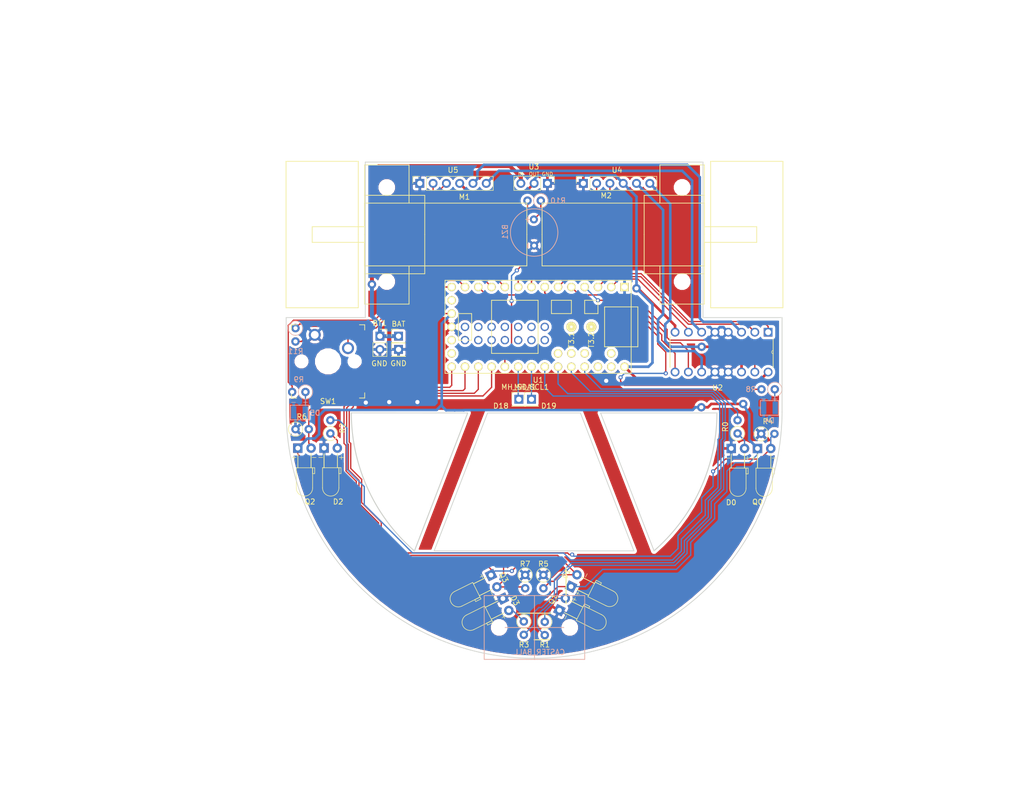
<source format=kicad_pcb>
(kicad_pcb (version 20171130) (host pcbnew "(5.0.0-3-g5ebb6b6)")
  (layers (0 F.Cu signal) (31 B.Cu signal) (34 B.Paste user) (35 F.Paste user) (36 B.SilkS user) (37 F.SilkS user) (38 B.Mask user) (39 F.Mask user) (44 Edge.Cuts user))
  (net 0 "")
  (net 1 /vBatt)
  (net 2 /GND)
  (net 3 "Net-(D0-Pad2)")
  (net 4 "Net-(D1-Pad2)")
  (net 5 "Net-(D2-Pad2)")
  (net 6 "Net-(D3-Pad2)")
  (net 7 /3.3v)
  (net 8 /Reciever_0)
  (net 9 /Reciever_1)
  (net 10 /Reciever_2)
  (net 11 /Reciever_3)
  (net 12 /Emitter_0)
  (net 13 /Emitter_1)
  (net 14 /Emitter_3)
  (net 15 "Net-(U1-Pad18)")
  (net 16 "Net-(U1-Pad19)")
  (net 17 "Net-(U1-Pad15)")
  (net 18 /Emitter_2)
  (net 19 /M2_speed)
  (net 20 /M1_speed)
  (net 21 "Net-(U1-Pad31)")
  (net 22 "Net-(U1-Pad32)")
  (net 23 /5v)
  (net 24 "Net-(U1-Pad34)")
  (net 25 "Net-(U1-Pad35)")
  (net 26 "Net-(U1-Pad36)")
  (net 27 "Net-(U1-Pad37)")
  (net 28 "Net-(U1-Pad38)")
  (net 29 "Net-(U1-Pad39)")
  (net 30 "Net-(U1-Pad40)")
  (net 31 "Net-(U1-Pad41)")
  (net 32 "Net-(U1-Pad42)")
  (net 33 "Net-(U1-Pad43)")
  (net 34 "Net-(U1-Pad44)")
  (net 35 "Net-(U1-Pad45)")
  (net 36 "Net-(U1-Pad46)")
  (net 37 "Net-(U1-Pad47)")
  (net 38 "Net-(U1-Pad48)")
  (net 39 "Net-(U1-Pad49)")
  (net 40 "Net-(U1-Pad50)")
  (net 41 "Net-(U1-Pad51)")
  (net 42 "Net-(U1-Pad52)")
  (net 43 /M1_forward)
  (net 44 /OUT1)
  (net 45 /OUT2)
  (net 46 /M1_backward)
  (net 47 /M2_forward)
  (net 48 /OUT3)
  (net 49 /OUT4)
  (net 50 /M2_backward)
  (net 51 /M2_encoder_B)
  (net 52 /M2_encoder_A)
  (net 53 /M1_encoder_A)
  (net 54 /M1_encoder_B)
  (net 55 "Net-(BZ1-Pad1)")
  (net 56 "Net-(D4-Pad2)")
  (net 57 "Net-(D5-Pad2)")
  (net 58 /i2c_SCL)
  (net 59 /i2c_SDA)
  (net 60 /STATUS_LED_0)
  (net 61 /STATUS_LED_1)
  (net 62 /Buzzer)
  (net 63 /PUSH_SW)
  (module Connector_PinSocket_2.54mm:PinSocket_1x02_P2.54mm_Vertical (layer F.Cu) (at 129.032 88.138)
    (fp_text reference BT1 (at -0.0508 -2.4892) (layer F.SilkS))
    (fp_text value Battery_Cell)
    (pad 1 thru_hole rect (at 0 0) (size 1.7 1.7) (drill 1) (layers *.Cu *.Mask) (net 1 /vBatt))
    (pad 2 thru_hole oval (at 0 2.54) (size 1.7 1.7) (drill 1) (layers *.Cu *.Mask) (net 2 /GND))
  )
  (module LED_THT:LED_D3.0mm_Horizontal_O3.81mm_Z2.0mm (layer F.Cu) (at 196.1515 109.601)
    (fp_text reference D0 (at -0.0127 10.3378 180) (layer F.SilkS))
    (fp_text value IRL81A)
    (pad 2 thru_hole circle (at 2.54 0) (size 1.8 1.8) (drill 0.9) (layers *.Cu *.Mask) (net 3 "Net-(D0-Pad2)"))
    (pad 1 thru_hole rect (at 0 0) (size 1.8 1.8) (drill 0.9) (layers *.Cu *.Mask) (net 2 /GND))
  )
  (module LED_THT:LED_D3.0mm_Horizontal_O3.81mm_Z2.0mm (layer F.Cu) (at 163.322 140.5255 63.5)
    (fp_text reference D1 (at 6.829089 -1.928996 63.5) (layer F.SilkS))
    (fp_text value IRL81A)
    (pad 1 thru_hole rect (at 0 0 63.5) (size 1.8 1.8) (drill 0.9) (layers *.Cu *.Mask) (net 2 /GND))
    (pad 2 thru_hole circle (at 2.54 0 63.5) (size 1.8 1.8) (drill 0.9) (layers *.Cu *.Mask) (net 4 "Net-(D1-Pad2)"))
  )
  (module LED_THT:LED_D3.0mm_Horizontal_O3.81mm_Z2.0mm (layer F.Cu) (at 118.364 109.5375)
    (fp_text reference D2 (at 2.6924 10.2489 180) (layer F.SilkS))
    (fp_text value IRL81A)
    (pad 2 thru_hole circle (at 2.54 0) (size 1.8 1.8) (drill 0.9) (layers *.Cu *.Mask) (net 5 "Net-(D2-Pad2)"))
    (pad 1 thru_hole rect (at 0 0) (size 1.8 1.8) (drill 0.9) (layers *.Cu *.Mask) (net 2 /GND))
  )
  (module LED_THT:LED_D3.0mm_Horizontal_O3.81mm_Z2.0mm (layer F.Cu) (at 152.527 138.303 296.5)
    (fp_text reference D3 (at 1.372312 -1.89855 296.5) (layer F.SilkS))
    (fp_text value IRL81A)
    (pad 1 thru_hole rect (at 0 0 296.5) (size 1.8 1.8) (drill 0.9) (layers *.Cu *.Mask) (net 2 /GND))
    (pad 2 thru_hole circle (at 2.54 0 296.5) (size 1.8 1.8) (drill 0.9) (layers *.Cu *.Mask) (net 6 "Net-(D3-Pad2)"))
  )
  (module LED_THT:LED_D3.0mm_Horizontal_O3.81mm_Z2.0mm (layer F.Cu) (at 201.164677 109.616645)
    (fp_text reference Q0 (at 0.003323 10.220555 180) (layer F.SilkS))
    (fp_text value Q_Photo_NPN)
    (pad 1 thru_hole rect (at 0 0) (size 1.8 1.8) (drill 0.9) (layers *.Cu *.Mask) (net 7 /3.3v))
    (pad 2 thru_hole circle (at 2.54 0) (size 1.8 1.8) (drill 0.9) (layers *.Cu *.Mask) (net 8 /Reciever_0))
  )
  (module LED_THT:LED_D3.0mm_Horizontal_O3.81mm_Z2.0mm (layer F.Cu) (at 165.5445 136.017 63.5)
    (fp_text reference Q1 (at -3.695156 -2.00342 63.5) (layer F.SilkS))
    (fp_text value Q_Photo_NPN)
    (pad 2 thru_hole circle (at 2.54 0 63.5) (size 1.8 1.8) (drill 0.9) (layers *.Cu *.Mask) (net 9 /Reciever_1))
    (pad 1 thru_hole rect (at 0 0 63.5) (size 1.8 1.8) (drill 0.9) (layers *.Cu *.Mask) (net 7 /3.3v))
  )
  (module LED_THT:LED_D3.0mm_Horizontal_O3.81mm_Z2.0mm (layer F.Cu) (at 113.346989 109.548045)
    (fp_text reference Q2 (at 2.324611 10.238355 180) (layer F.SilkS))
    (fp_text value Q_Photo_NPN)
    (pad 1 thru_hole rect (at 0 0) (size 1.8 1.8) (drill 0.9) (layers *.Cu *.Mask) (net 7 /3.3v))
    (pad 2 thru_hole circle (at 2.54 0) (size 1.8 1.8) (drill 0.9) (layers *.Cu *.Mask) (net 10 /Reciever_2))
  )
  (module LED_THT:LED_D3.0mm_Horizontal_O3.81mm_Z2.0mm (layer F.Cu) (at 150.250658 133.807367 296.5)
    (fp_text reference Q3 (at 1.504047 -1.992369 296.5) (layer F.SilkS))
    (fp_text value Q_Photo_NPN)
    (pad 2 thru_hole circle (at 2.54 0 296.5) (size 1.8 1.8) (drill 0.9) (layers *.Cu *.Mask) (net 11 /Reciever_3))
    (pad 1 thru_hole rect (at 0 0 296.5) (size 1.8 1.8) (drill 0.9) (layers *.Cu *.Mask) (net 7 /3.3v))
  )
  (module Resistor_THT:R_Axial_DIN0207_L6.3mm_D2.5mm_P2.54mm_Vertical (layer F.Cu) (at 197.358 106.7435 90)
    (fp_text reference R0 (at 1.2827 -2.3368 270) (layer F.SilkS))
    (fp_text value R)
    (pad 1 thru_hole circle (at 0 0 90) (size 1.6 1.6) (drill 0.8) (layers *.Cu *.Mask) (net 3 "Net-(D0-Pad2)"))
    (pad 2 thru_hole oval (at 2.54 0 90) (size 1.6 1.6) (drill 0.8) (layers *.Cu *.Mask) (net 12 /Emitter_0))
  )
  (module Resistor_THT:R_Axial_DIN0207_L6.3mm_D2.5mm_P2.54mm_Vertical (layer F.Cu) (at 160.528 142.748 270)
    (fp_text reference R1 (at 4.3688 0) (layer F.SilkS))
    (fp_text value R)
    (pad 2 thru_hole oval (at 2.54 0 270) (size 1.6 1.6) (drill 0.8) (layers *.Cu *.Mask) (net 13 /Emitter_1))
    (pad 1 thru_hole circle (at 0 0 270) (size 1.6 1.6) (drill 0.8) (layers *.Cu *.Mask) (net 4 "Net-(D1-Pad2)"))
  )
  (module Resistor_THT:R_Axial_DIN0207_L6.3mm_D2.5mm_P2.54mm_Vertical (layer F.Cu) (at 119.5705 106.7435 90)
    (fp_text reference R2 (at 1.0287 2.2987 270) (layer F.SilkS))
    (fp_text value R)
    (pad 2 thru_hole oval (at 2.54 0 90) (size 1.6 1.6) (drill 0.8) (layers *.Cu *.Mask) (net 18 /Emitter_2))
    (pad 1 thru_hole circle (at 0 0 90) (size 1.6 1.6) (drill 0.8) (layers *.Cu *.Mask) (net 5 "Net-(D2-Pad2)"))
  )
  (module Resistor_THT:R_Axial_DIN0207_L6.3mm_D2.5mm_P2.54mm_Vertical (layer F.Cu) (at 156.5275 142.6845 270)
    (fp_text reference R3 (at 4.4323 -0.0381) (layer F.SilkS))
    (fp_text value R)
    (pad 1 thru_hole circle (at 0 0 270) (size 1.6 1.6) (drill 0.8) (layers *.Cu *.Mask) (net 6 "Net-(D3-Pad2)"))
    (pad 2 thru_hole oval (at 2.54 0 270) (size 1.6 1.6) (drill 0.8) (layers *.Cu *.Mask) (net 14 /Emitter_3))
  )
  (module Resistor_THT:R_Axial_DIN0207_L6.3mm_D2.5mm_P2.54mm_Vertical (layer F.Cu) (at 201.8665 106.807)
    (fp_text reference R4 (at 1.2827 -2.3622 180) (layer F.SilkS))
    (fp_text value R)
    (pad 1 thru_hole circle (at 0 0) (size 1.6 1.6) (drill 0.8) (layers *.Cu *.Mask) (net 2 /GND))
    (pad 2 thru_hole oval (at 2.54 0) (size 1.6 1.6) (drill 0.8) (layers *.Cu *.Mask) (net 8 /Reciever_0))
  )
  (module Resistor_THT:R_Axial_DIN0207_L6.3mm_D2.5mm_P2.54mm_Vertical (layer F.Cu) (at 160.274 133.7945 270)
    (fp_text reference R5 (at -2.1209 0) (layer F.SilkS))
    (fp_text value R)
    (pad 2 thru_hole oval (at 2.54 0 270) (size 1.6 1.6) (drill 0.8) (layers *.Cu *.Mask) (net 9 /Reciever_1))
    (pad 1 thru_hole circle (at 0 0 270) (size 1.6 1.6) (drill 0.8) (layers *.Cu *.Mask) (net 2 /GND))
  )
  (module Resistor_THT:R_Axial_DIN0207_L6.3mm_D2.5mm_P2.54mm_Vertical (layer F.Cu) (at 112.903 105.918)
    (fp_text reference R6 (at 1.1938 -2.3876 180) (layer F.SilkS))
    (fp_text value R)
    (pad 1 thru_hole circle (at 0 0) (size 1.6 1.6) (drill 0.8) (layers *.Cu *.Mask) (net 2 /GND))
    (pad 2 thru_hole oval (at 2.54 0) (size 1.6 1.6) (drill 0.8) (layers *.Cu *.Mask) (net 10 /Reciever_2))
  )
  (module Resistor_THT:R_Axial_DIN0207_L6.3mm_D2.5mm_P2.54mm_Vertical (layer F.Cu) (at 156.7815 133.7945 270)
    (fp_text reference R7 (at -2.1209 0.0127) (layer F.SilkS))
    (fp_text value R)
    (pad 2 thru_hole oval (at 2.54 0 270) (size 1.6 1.6) (drill 0.8) (layers *.Cu *.Mask) (net 11 /Reciever_3))
    (pad 1 thru_hole circle (at 0 0 270) (size 1.6 1.6) (drill 0.8) (layers *.Cu *.Mask) (net 2 /GND))
  )
  (module teensy:Teensy30_31_32_LC (layer F.Cu) (at 159.258 86.36 180)
    (fp_text reference U1 (at 0 -10.16 180) (layer F.SilkS))
    (fp_text value Teensy3.2)
    (fp_text user T3.2 (at -10.16 -2.54 270) (layer F.SilkS))
    (fp_text user T3.1 (at -6.35 -2.54 270) (layer F.SilkS))
    (pad 17 thru_hole circle (at 16.51 0 180) (size 1.6 1.6) (drill 1.1) (layers *.Cu *.Mask F.SilkS) (net 2 /GND))
    (pad 18 thru_hole circle (at 16.51 -2.54 180) (size 1.6 1.6) (drill 1.1) (layers *.Cu *.Mask F.SilkS) (net 15 "Net-(U1-Pad18)"))
    (pad 19 thru_hole circle (at 16.51 -5.08 180) (size 1.6 1.6) (drill 1.1) (layers *.Cu *.Mask F.SilkS) (net 16 "Net-(U1-Pad19)"))
    (pad 20 thru_hole circle (at 16.51 -7.62 180) (size 1.6 1.6) (drill 1.1) (layers *.Cu *.Mask F.SilkS) (net 10 /Reciever_2))
    (pad 16 thru_hole circle (at 16.51 2.54 180) (size 1.6 1.6) (drill 1.1) (layers *.Cu *.Mask F.SilkS) (net 7 /3.3v))
    (pad 15 thru_hole circle (at 16.51 5.08 180) (size 1.6 1.6) (drill 1.1) (layers *.Cu *.Mask F.SilkS) (net 17 "Net-(U1-Pad15)"))
    (pad 14 thru_hole circle (at 16.51 7.62 180) (size 1.6 1.6) (drill 1.1) (layers *.Cu *.Mask F.SilkS) (net 63 /PUSH_SW))
    (pad 21 thru_hole circle (at 13.97 -7.62 180) (size 1.6 1.6) (drill 1.1) (layers *.Cu *.Mask F.SilkS) (net 11 /Reciever_3))
    (pad 22 thru_hole circle (at 11.43 -7.62 180) (size 1.6 1.6) (drill 1.1) (layers *.Cu *.Mask F.SilkS) (net 9 /Reciever_1))
    (pad 23 thru_hole circle (at 8.89 -7.62 180) (size 1.6 1.6) (drill 1.1) (layers *.Cu *.Mask F.SilkS) (net 8 /Reciever_0))
    (pad 24 thru_hole circle (at 6.35 -7.62 180) (size 1.6 1.6) (drill 1.1) (layers *.Cu *.Mask F.SilkS) (net 62 /Buzzer))
    (pad 25 thru_hole circle (at 3.81 -7.62 180) (size 1.6 1.6) (drill 1.1) (layers *.Cu *.Mask F.SilkS) (net 59 /i2c_SDA))
    (pad 26 thru_hole circle (at 1.27 -7.62 180) (size 1.6 1.6) (drill 1.1) (layers *.Cu *.Mask F.SilkS) (net 58 /i2c_SCL))
    (pad 27 thru_hole circle (at -1.27 -7.62 180) (size 1.6 1.6) (drill 1.1) (layers *.Cu *.Mask F.SilkS) (net 18 /Emitter_2))
    (pad 28 thru_hole circle (at -3.81 -7.62 180) (size 1.6 1.6) (drill 1.1) (layers *.Cu *.Mask F.SilkS) (net 14 /Emitter_3))
    (pad 29 thru_hole circle (at -6.35 -7.62 180) (size 1.6 1.6) (drill 1.1) (layers *.Cu *.Mask F.SilkS) (net 13 /Emitter_1))
    (pad 30 thru_hole circle (at -8.89 -7.62 180) (size 1.6 1.6) (drill 1.1) (layers *.Cu *.Mask F.SilkS) (net 12 /Emitter_0))
    (pad 31 thru_hole circle (at -11.43 -7.62 180) (size 1.6 1.6) (drill 1.1) (layers *.Cu *.Mask F.SilkS) (net 21 "Net-(U1-Pad31)"))
    (pad 32 thru_hole circle (at -13.97 -7.62 180) (size 1.6 1.6) (drill 1.1) (layers *.Cu *.Mask F.SilkS) (net 22 "Net-(U1-Pad32)"))
    (pad 33 thru_hole circle (at -16.51 -7.62 180) (size 1.6 1.6) (drill 1.1) (layers *.Cu *.Mask F.SilkS) (net 23 /5v))
    (pad 34 thru_hole circle (at -13.97 -5.08 180) (size 1.6 1.6) (drill 1.1) (layers *.Cu *.Mask F.SilkS) (net 24 "Net-(U1-Pad34)"))
    (pad 35 thru_hole circle (at -8.89 -5.08 180) (size 1.6 1.6) (drill 1.1) (layers *.Cu *.Mask F.SilkS) (net 25 "Net-(U1-Pad35)"))
    (pad 36 thru_hole circle (at -6.35 -5.08 180) (size 1.6 1.6) (drill 1.1) (layers *.Cu *.Mask F.SilkS) (net 26 "Net-(U1-Pad36)"))
    (pad 37 thru_hole circle (at -3.81 -5.08 180) (size 1.6 1.6) (drill 1.1) (layers *.Cu *.Mask F.SilkS) (net 27 "Net-(U1-Pad37)"))
    (pad 13 thru_hole circle (at 13.97 7.62 180) (size 1.6 1.6) (drill 1.1) (layers *.Cu *.Mask F.SilkS) (net 61 /STATUS_LED_1))
    (pad 12 thru_hole circle (at 11.43 7.62 180) (size 1.6 1.6) (drill 1.1) (layers *.Cu *.Mask F.SilkS) (net 60 /STATUS_LED_0))
    (pad 11 thru_hole circle (at 8.89 7.62 180) (size 1.6 1.6) (drill 1.1) (layers *.Cu *.Mask F.SilkS) (net 54 /M1_encoder_B))
    (pad 10 thru_hole circle (at 6.35 7.62 180) (size 1.6 1.6) (drill 1.1) (layers *.Cu *.Mask F.SilkS) (net 53 /M1_encoder_A))
    (pad 9 thru_hole circle (at 3.81 7.62 180) (size 1.6 1.6) (drill 1.1) (layers *.Cu *.Mask F.SilkS) (net 51 /M2_encoder_B))
    (pad 8 thru_hole circle (at 1.27 7.62 180) (size 1.6 1.6) (drill 1.1) (layers *.Cu *.Mask F.SilkS) (net 52 /M2_encoder_A))
    (pad 7 thru_hole circle (at -1.27 7.62 180) (size 1.6 1.6) (drill 1.1) (layers *.Cu *.Mask F.SilkS) (net 19 /M2_speed))
    (pad 6 thru_hole circle (at -3.81 7.62 180) (size 1.6 1.6) (drill 1.1) (layers *.Cu *.Mask F.SilkS) (net 20 /M1_speed))
    (pad 5 thru_hole circle (at -6.35 7.62 180) (size 1.6 1.6) (drill 1.1) (layers *.Cu *.Mask F.SilkS) (net 50 /M2_backward))
    (pad 4 thru_hole circle (at -8.89 7.62 180) (size 1.6 1.6) (drill 1.1) (layers *.Cu *.Mask F.SilkS) (net 47 /M2_forward))
    (pad 3 thru_hole circle (at -11.43 7.62 180) (size 1.6 1.6) (drill 1.1) (layers *.Cu *.Mask F.SilkS) (net 43 /M1_forward))
    (pad 2 thru_hole circle (at -13.97 7.62 180) (size 1.6 1.6) (drill 1.1) (layers *.Cu *.Mask F.SilkS) (net 46 /M1_backward))
    (pad 1 thru_hole rect (at -16.51 7.62 180) (size 1.6 1.6) (drill 1.1) (layers *.Cu *.Mask F.SilkS) (net 2 /GND))
    (pad 38 thru_hole circle (at -1.27 0 180) (size 1.6 1.6) (drill 1.1) (layers *.Cu *.Mask) (net 28 "Net-(U1-Pad38)"))
    (pad 39 thru_hole circle (at 1.27 0 180) (size 1.6 1.6) (drill 1.1) (layers *.Cu *.Mask) (net 29 "Net-(U1-Pad39)"))
    (pad 40 thru_hole circle (at 3.81 0 180) (size 1.6 1.6) (drill 1.1) (layers *.Cu *.Mask) (net 30 "Net-(U1-Pad40)"))
    (pad 41 thru_hole circle (at 6.35 0 180) (size 1.6 1.6) (drill 1.1) (layers *.Cu *.Mask) (net 31 "Net-(U1-Pad41)"))
    (pad 42 thru_hole circle (at 8.89 0 180) (size 1.6 1.6) (drill 1.1) (layers *.Cu *.Mask) (net 32 "Net-(U1-Pad42)"))
    (pad 43 thru_hole circle (at 11.43 0 180) (size 1.6 1.6) (drill 1.1) (layers *.Cu *.Mask) (net 33 "Net-(U1-Pad43)"))
    (pad 44 thru_hole circle (at 13.97 0 180) (size 1.6 1.6) (drill 1.1) (layers *.Cu *.Mask) (net 34 "Net-(U1-Pad44)"))
    (pad 45 thru_hole circle (at 13.97 -2.54 180) (size 1.6 1.6) (drill 1.1) (layers *.Cu *.Mask) (net 35 "Net-(U1-Pad45)"))
    (pad 46 thru_hole circle (at 11.43 -2.54 180) (size 1.6 1.6) (drill 1.1) (layers *.Cu *.Mask) (net 36 "Net-(U1-Pad46)"))
    (pad 47 thru_hole circle (at 8.89 -2.54 180) (size 1.6 1.6) (drill 1.1) (layers *.Cu *.Mask) (net 37 "Net-(U1-Pad47)"))
    (pad 48 thru_hole circle (at 6.35 -2.54 180) (size 1.6 1.6) (drill 1.1) (layers *.Cu *.Mask) (net 38 "Net-(U1-Pad48)"))
    (pad 49 thru_hole circle (at 3.81 -2.54 180) (size 1.6 1.6) (drill 1.1) (layers *.Cu *.Mask) (net 39 "Net-(U1-Pad49)"))
    (pad 50 thru_hole circle (at 1.27 -2.54 180) (size 1.6 1.6) (drill 1.1) (layers *.Cu *.Mask) (net 40 "Net-(U1-Pad50)"))
    (pad 51 thru_hole circle (at -1.27 -2.54 180) (size 1.6 1.6) (drill 1.1) (layers *.Cu *.Mask) (net 41 "Net-(U1-Pad51)"))
    (pad 52 thru_hole circle (at -6.35 0 180) (size 1.9 1.9) (drill 0.5) (layers *.Cu *.Mask F.SilkS) (net 42 "Net-(U1-Pad52)"))
    (pad 52 thru_hole circle (at -10.16 0 180) (size 1.9 1.9) (drill 0.5) (layers *.Cu *.Mask F.SilkS) (net 42 "Net-(U1-Pad52)"))
  )
  (module SN754410NE.kicad_mod:DIP254P762X508-16 (layer F.Cu) (at 185.42 94.996 270)
    (fp_text reference U2 (at 2.9972 -8.128) (layer F.SilkS))
    (fp_text value SN754410NE hide)
    (pad 1 thru_hole rect (at -7.62 -17.78 270) (size 1.6764 1.6764) (drill 1.1176) (layers *.Cu *.Mask) (net 20 /M1_speed))
    (pad 2 thru_hole circle (at -7.62 -15.24 270) (size 1.6764 1.6764) (drill 1.1176) (layers *.Cu *.Mask) (net 43 /M1_forward))
    (pad 3 thru_hole circle (at -7.62 -12.7 270) (size 1.6764 1.6764) (drill 1.1176) (layers *.Cu *.Mask) (net 44 /OUT1))
    (pad 4 thru_hole circle (at -7.62 -10.16 270) (size 1.6764 1.6764) (drill 1.1176) (layers *.Cu *.Mask) (net 2 /GND))
    (pad 5 thru_hole circle (at -7.62 -7.62 270) (size 1.6764 1.6764) (drill 1.1176) (layers *.Cu *.Mask) (net 2 /GND))
    (pad 6 thru_hole circle (at -7.62 -5.08 270) (size 1.6764 1.6764) (drill 1.1176) (layers *.Cu *.Mask) (net 45 /OUT2))
    (pad 7 thru_hole circle (at -7.62 -2.54 270) (size 1.6764 1.6764) (drill 1.1176) (layers *.Cu *.Mask) (net 46 /M1_backward))
    (pad 8 thru_hole circle (at -7.62 0 270) (size 1.6764 1.6764) (drill 1.1176) (layers *.Cu *.Mask) (net 23 /5v))
    (pad 9 thru_hole circle (at 0 0 270) (size 1.6764 1.6764) (drill 1.1176) (layers *.Cu *.Mask) (net 19 /M2_speed))
    (pad 10 thru_hole circle (at 0 -2.54 270) (size 1.6764 1.6764) (drill 1.1176) (layers *.Cu *.Mask) (net 47 /M2_forward))
    (pad 11 thru_hole circle (at 0 -5.08 270) (size 1.6764 1.6764) (drill 1.1176) (layers *.Cu *.Mask) (net 48 /OUT3))
    (pad 12 thru_hole circle (at 0 -7.62 270) (size 1.6764 1.6764) (drill 1.1176) (layers *.Cu *.Mask) (net 2 /GND))
    (pad 13 thru_hole circle (at 0 -10.16 270) (size 1.6764 1.6764) (drill 1.1176) (layers *.Cu *.Mask) (net 2 /GND))
    (pad 14 thru_hole circle (at 0 -12.7 270) (size 1.6764 1.6764) (drill 1.1176) (layers *.Cu *.Mask) (net 49 /OUT4))
    (pad 15 thru_hole circle (at 0 -15.24 270) (size 1.6764 1.6764) (drill 1.1176) (layers *.Cu *.Mask) (net 50 /M2_backward))
    (pad 16 thru_hole circle (at 0 -17.78 270) (size 1.6764 1.6764) (drill 1.1176) (layers *.Cu *.Mask) (net 23 /5v))
  )
  (module Connector_PinHeader_2.54mm:PinHeader_1x03_P2.54mm_Vertical (layer F.Cu) (at 161.036 58.928 270)
    (fp_text reference U3 (at -3.175 2.5908) (layer F.SilkS))
    (fp_text value LM1084-5.0)
    (pad 1 thru_hole rect (at 0 0 270) (size 1.7 1.7) (drill 1) (layers *.Cu *.Mask) (net 2 /GND))
    (pad 2 thru_hole oval (at 0 2.54 270) (size 1.7 1.7) (drill 1) (layers *.Cu *.Mask) (net 23 /5v))
    (pad 3 thru_hole oval (at 0 5.08 270) (size 1.7 1.7) (drill 1) (layers *.Cu *.Mask) (net 1 /vBatt))
  )
  (module misc:Motor_mouse (layer F.Cu) (at 157.099 68.707)
    (fp_text reference M1 (at -11.9253 -7.1882) (layer F.SilkS))
    (fp_text value Motor_DC)
    (pad "" np_thru_hole circle (at -26.75 9) (size 2.1844 2.1844) (drill 2.1844) (layers *.Cu *.Mask))
    (pad "" np_thru_hole circle (at -26.75 -9) (size 2.1844 2.1844) (drill 2.1844) (layers *.Cu *.Mask))
  )
  (module misc:Motor_mouse (layer F.Cu) (at 160.02 68.707 180)
    (fp_text reference M2 (at -12.2428 7.4422 180) (layer F.SilkS))
    (fp_text value Motor_DC)
    (pad "" np_thru_hole circle (at -26.75 9 180) (size 2.1844 2.1844) (drill 2.1844) (layers *.Cu *.Mask))
    (pad "" np_thru_hole circle (at -26.75 -9 180) (size 2.1844 2.1844) (drill 2.1844) (layers *.Cu *.Mask))
  )
  (module misc:Mouse_caster (layer B.Cu) (at 158.5595 143.8275)
    (fp_text reference M3 hide)
    (fp_text value CASTER_BALL (at 0.9525 4.7117) (layer B.SilkS) (effects (justify mirror)))
    (pad "" np_thru_hole circle (at 6.75 0) (size 2.1844 2.1844) (drill 2.1844) (layers *.Cu *.Mask))
    (pad "" np_thru_hole circle (at -6.75 0) (size 2.1844 2.1844) (drill 2.1844) (layers *.Cu *.Mask))
  )
  (module "misc:9x5.5mm Buzzer" (layer B.Cu) (at 158.496 68.326 90)
    (fp_text reference BZ1 (at 0.1 -5.55 90) (layer B.SilkS) (effects (justify mirror)))
    (fp_text value Buzzer)
    (fp_text user - (at -2.55 -1.35 90) (layer B.SilkS) (effects (justify mirror)))
    (fp_text user + (at 2.5 -1.3 90) (layer B.SilkS) (effects (justify mirror)))
    (pad 2 thru_hole circle (at -2.5 0 90) (size 1.524 1.524) (drill 0.762) (layers *.Cu *.Mask) (net 2 /GND))
    (pad 1 thru_hole circle (at 2.5 -0.05 90) (size 1.524 1.524) (drill 0.762) (layers *.Cu *.Mask) (net 55 "Net-(BZ1-Pad1)"))
  )
  (module misc:3528_SMD_LED (layer B.Cu) (at 203.454 101.854)
    (fp_text reference D4 (at 0 2.413) (layer B.SilkS) (effects (justify mirror)))
    (fp_text value STATUS_0)
    (pad 2 smd rect (at 1.1 0) (size 1 2.4) (layers B.Cu B.Paste B.Mask) (net 56 "Net-(D4-Pad2)"))
    (pad 1 smd rect (at -1.1 0) (size 1 2.4) (layers B.Cu B.Paste B.Mask) (net 2 /GND))
  )
  (module misc:3528_SMD_LED (layer B.Cu) (at 113.665 102.743)
    (fp_text reference D5 (at 2.9718 0.0762) (layer B.SilkS) (effects (justify mirror)))
    (fp_text value STATUS_1)
    (pad 1 smd rect (at -1.1 0) (size 1 2.4) (layers B.Cu B.Paste B.Mask) (net 2 /GND))
    (pad 2 smd rect (at 1.1 0) (size 1 2.4) (layers B.Cu B.Paste B.Mask) (net 57 "Net-(D5-Pad2)"))
  )
  (module Resistor_THT:R_Axial_DIN0207_L6.3mm_D2.5mm_P2.54mm_Vertical (layer B.Cu) (at 204.47 98.298 180)
    (fp_text reference R8 (at 4.572 0 180) (layer B.SilkS) (effects (justify mirror)))
    (fp_text value R)
    (pad 1 thru_hole circle (at 0 0 180) (size 1.6 1.6) (drill 0.8) (layers *.Cu *.Mask) (net 56 "Net-(D4-Pad2)"))
    (pad 2 thru_hole oval (at 2.54 0 180) (size 1.6 1.6) (drill 0.8) (layers *.Cu *.Mask) (net 60 /STATUS_LED_0))
  )
  (module Resistor_THT:R_Axial_DIN0207_L6.3mm_D2.5mm_P2.54mm_Vertical (layer B.Cu) (at 114.808 98.806 180)
    (fp_text reference R9 (at 1.27 2.3876 180) (layer B.SilkS) (effects (justify mirror)))
    (fp_text value R)
    (pad 2 thru_hole oval (at 2.54 0 180) (size 1.6 1.6) (drill 0.8) (layers *.Cu *.Mask) (net 61 /STATUS_LED_1))
    (pad 1 thru_hole circle (at 0 0 180) (size 1.6 1.6) (drill 0.8) (layers *.Cu *.Mask) (net 57 "Net-(D5-Pad2)"))
  )
  (module Resistor_THT:R_Axial_DIN0207_L6.3mm_D2.5mm_P2.54mm_Vertical (layer B.Cu) (at 159.766 62.23 180)
    (fp_text reference R10 (at -3.302 0 180) (layer B.SilkS) (effects (justify mirror)))
    (fp_text value R)
    (pad 2 thru_hole oval (at 2.54 0 180) (size 1.6 1.6) (drill 0.8) (layers *.Cu *.Mask) (net 62 /Buzzer))
    (pad 1 thru_hole circle (at 0 0 180) (size 1.6 1.6) (drill 0.8) (layers *.Cu *.Mask) (net 55 "Net-(BZ1-Pad1)"))
  )
  (module Resistor_THT:R_Axial_DIN0207_L6.3mm_D2.5mm_P2.54mm_Vertical (layer B.Cu) (at 112.903 86.614 270)
    (fp_text reference R11 (at 4.4196 -0.0254) (layer B.SilkS) (effects (justify mirror)))
    (fp_text value R)
    (pad 1 thru_hole circle (at 0 0 270) (size 1.6 1.6) (drill 0.8) (layers *.Cu *.Mask) (net 63 /PUSH_SW))
    (pad 2 thru_hole oval (at 2.54 0 270) (size 1.6 1.6) (drill 0.8) (layers *.Cu *.Mask) (net 7 /3.3v))
  )
  (module keyswitches:MX (layer B.Cu) (at 119.126 92.964 180)
    (fp_text reference SW1 (at 0 -7.62 180) (layer F.SilkS))
    (fp_text value SW_Push)
    (pad 1 thru_hole circle (at 2.54 5.08 180) (size 2.286 2.286) (drill 1.4986) (layers *.Cu *.Mask) (net 2 /GND))
    (pad "" np_thru_hole circle (at 0 0 180) (size 3.9878 3.9878) (drill 3.9878) (layers *.Cu *.Mask))
    (pad 2 thru_hole circle (at -3.81 2.54 180) (size 2.286 2.286) (drill 1.4986) (layers *.Cu *.Mask) (net 63 /PUSH_SW))
    (pad "" np_thru_hole circle (at 5.08 0 180) (size 1.7018 1.7018) (drill 1.7018) (layers *.Cu *.Mask))
    (pad "" np_thru_hole circle (at -5.08 0 180) (size 1.7018 1.7018) (drill 1.7018) (layers *.Cu *.Mask))
  )
  (module Connector_PinSocket_2.54mm:PinSocket_1x06_P2.54mm_Vertical (layer F.Cu) (at 167.894 58.928 90)
    (fp_text reference U4 (at 2.54 6.4516 180) (layer F.SilkS))
    (fp_text value Encoder_3081)
    (pad 6 thru_hole oval (at 0 12.7 90) (size 1.7 1.7) (drill 1) (layers *.Cu *.Mask) (net 49 /OUT4))
    (pad 5 thru_hole oval (at 0 10.16 90) (size 1.7 1.7) (drill 1) (layers *.Cu *.Mask) (net 48 /OUT3))
    (pad 4 thru_hole oval (at 0 7.62 90) (size 1.7 1.7) (drill 1) (layers *.Cu *.Mask) (net 23 /5v))
    (pad 3 thru_hole oval (at 0 5.08 90) (size 1.7 1.7) (drill 1) (layers *.Cu *.Mask) (net 52 /M2_encoder_A))
    (pad 2 thru_hole oval (at 0 2.54 90) (size 1.7 1.7) (drill 1) (layers *.Cu *.Mask) (net 51 /M2_encoder_B))
    (pad 1 thru_hole rect (at 0 0 90) (size 1.7 1.7) (drill 1) (layers *.Cu *.Mask) (net 2 /GND))
  )
  (module Connector_PinSocket_2.54mm:PinSocket_1x06_P2.54mm_Vertical (layer F.Cu) (at 136.652 58.928 90)
    (fp_text reference U5 (at 2.54 6.35 180) (layer F.SilkS))
    (fp_text value Encoder_3081)
    (pad 1 thru_hole rect (at 0 0 90) (size 1.7 1.7) (drill 1) (layers *.Cu *.Mask) (net 2 /GND))
    (pad 2 thru_hole oval (at 0 2.54 90) (size 1.7 1.7) (drill 1) (layers *.Cu *.Mask) (net 54 /M1_encoder_B))
    (pad 3 thru_hole oval (at 0 5.08 90) (size 1.7 1.7) (drill 1) (layers *.Cu *.Mask) (net 53 /M1_encoder_A))
    (pad 4 thru_hole oval (at 0 7.62 90) (size 1.7 1.7) (drill 1) (layers *.Cu *.Mask) (net 23 /5v))
    (pad 5 thru_hole oval (at 0 10.16 90) (size 1.7 1.7) (drill 1) (layers *.Cu *.Mask) (net 44 /OUT1))
    (pad 6 thru_hole oval (at 0 12.7 90) (size 1.7 1.7) (drill 1) (layers *.Cu *.Mask) (net 45 /OUT2))
  )
  (module Connector_PinHeader_2.54mm:PinHeader_1x01_P2.54mm_Vertical (layer F.Cu) (at 132.588 90.678)
    (fp_text reference GND (at 0 2.667) (layer F.SilkS))
    (fp_text value MountingHole_Pad)
    (pad 1 thru_hole rect (at 0 0) (size 1.7 1.7) (drill 1) (layers *.Cu *.Mask) (net 2 /GND))
  )
  (module Connector_PinHeader_2.54mm:PinHeader_1x01_P2.54mm_Vertical (layer F.Cu) (at 157.988 100.203)
    (fp_text reference MH_SCL1 (at 0 -2.33) (layer F.SilkS))
    (fp_text value MountingHole_Pad)
    (pad 1 thru_hole rect (at 0 0) (size 1.7 1.7) (drill 1) (layers *.Cu *.Mask) (net 58 /i2c_SCL))
  )
  (module Connector_PinHeader_2.54mm:PinHeader_1x01_P2.54mm_Vertical (layer F.Cu) (at 155.575 100.203)
    (fp_text reference MH_SDA1 (at 0 -2.33) (layer F.SilkS))
    (fp_text value MountingHole_Pad)
    (pad 1 thru_hole rect (at 0 0) (size 1.7 1.7) (drill 1) (layers *.Cu *.Mask) (net 59 /i2c_SDA))
  )
  (module Connector_PinHeader_2.54mm:PinHeader_1x01_P2.54mm_Vertical (layer F.Cu) (at 132.588 88.138)
    (fp_text reference BAT (at 0 -2.33) (layer F.SilkS))
    (fp_text value MountingHole_Pad)
    (pad 1 thru_hole rect (at 0 0) (size 1.7 1.7) (drill 1) (layers *.Cu *.Mask) (net 1 /vBatt))
  )
  (gr_text IN (at 155.956 57.15) (layer F.SilkS) (effects (font (size 0.7 0.7) (thickness 0.1))))
  (gr_text OUT (at 158.496 57.15) (layer F.SilkS) (effects (font (size 0.7 0.7) (thickness 0.1))))
  (gr_text GND (at 161.036 57.15) (layer F.SilkS) (effects (font (size 0.7 0.7) (thickness 0.1))))
  (gr_text + (at 204.47 100.076) (layer B.SilkS) (effects (font (size 1 1) (thickness 0.1)) (justify mirror)))
  (gr_text - (at 202.311 100.076) (layer B.SilkS) (effects (font (size 1 1) (thickness 0.1)) (justify mirror)))
  (gr_text + (at 114.808 100.711) (layer B.SilkS) (effects (font (size 1 1) (thickness 0.1)) (justify mirror)))
  (gr_text - (at 112.522 100.711) (layer B.SilkS) (effects (font (size 1 1) (thickness 0.1)) (justify mirror)))
  (gr_text D19 (at 161.29 101.473) (layer F.SilkS) (effects (font (size 1 1))))
  (gr_text D18 (at 152.146 101.473) (layer F.SilkS) (effects (font (size 1 1))))
  (gr_text + (at 121.666 111.252) (layer F.SilkS) (effects (font (size 1 1) (thickness 0.1))))
  (gr_text - (at 117.729 111.252) (layer F.SilkS) (effects (font (size 1 1) (thickness 0.1))))
  (gr_text - (at 195.58 111.379) (layer F.SilkS) (effects (font (size 1 1) (thickness 0.1))))
  (gr_text + (at 199.263 111.379) (layer F.SilkS) (effects (font (size 1 1) (thickness 0.1))))
  (gr_text - (at 204.343 111.379) (layer F.SilkS) (effects (font (size 1 1) (thickness 0.1))))
  (gr_text + (at 200.406 111.379) (layer F.SilkS) (effects (font (size 1 1) (thickness 0.1))))
  (gr_text + (at 152.781 141.732 296.5) (layer F.SilkS) (effects (font (size 1 1) (thickness 0.1))))
  (gr_text - (at 151.003 138.303 296.5) (layer F.SilkS) (effects (font (size 1 1) (thickness 0.1))))
  (gr_text + (at 166.116 138.43 63.5) (layer F.SilkS) (effects (font (size 1 1) (thickness 0.1))))
  (gr_text - (at 164.465 141.859 63.5) (layer F.SilkS) (effects (font (size 1 1) (thickness 0.1))))
  (gr_text - (at 168.402 133.858 63.5) (layer F.SilkS) (effects (font (size 1 1) (thickness 0.1))))
  (gr_text + (at 166.751 137.287 63.5) (layer F.SilkS) (effects (font (size 1 1) (thickness 0.1))))
  (gr_text - (at 150.495 137.287 296.5) (layer F.SilkS) (effects (font (size 1 1) (thickness 0.1))))
  (gr_text + (at 148.59 133.985 296.5) (layer F.SilkS) (effects (font (size 1 1) (thickness 0.1))))
  (gr_text - (at 116.459 111.252) (layer F.SilkS) (effects (font (size 1 1) (thickness 0.1))))
  (gr_text + (at 112.649 111.252) (layer F.SilkS) (effects (font (size 1 1) (thickness 0.1))))
  (gr_text "GND\n" (at 128.9304 93.3704) (layer F.SilkS) (effects (font (size 1 1))))
  (gr_line (start 167.3352 102.8192) (end 149.606 102.8192) (layer Edge.Cuts) (width 0.15))
  (gr_line (start 171.196 102.8192) (end 193.4464 102.8192) (layer Edge.Cuts) (width 0.15))
  (gr_line (start 177.546 129.1844) (end 167.3352 102.8192) (layer Edge.Cuts) (width 0.15))
  (gr_line (start 181.4068 129.1844) (end 171.196 102.8192) (layer Edge.Cuts) (width 0.15))
  (gr_line (start 149.606 102.8192) (end 139.3952 129.1844) (layer Edge.Cuts) (width 0.15))
  (gr_line (start 135.636 129.1844) (end 145.796 102.8192) (layer Edge.Cuts) (width 0.2))
  (gr_line (start 177.546 129.1844) (end 139.3952 129.1844) (layer Edge.Cuts) (width 0.15))
  (gr_arc (start 158.496 102.8065) (end 193.421 102.8065) (angle 48.98066035) (layer Edge.Cuts) (width 0.2))
  (gr_arc (start 158.496 102.8065) (end 123.571 102.8065) (angle -49.08666684) (layer Edge.Cuts) (width 0.2))
  (gr_line (start 158.496 141.097) (end 155.321 141.097) (layer F.SilkS) (width 0.2))
  (gr_line (start 161.671 141.097) (end 158.496 141.097) (layer F.SilkS) (width 0.2))
  (gr_line (start 164.592 139.2555) (end 164.592 132.3975) (layer F.SilkS) (width 0.2))
  (gr_line (start 161.4805 146.177) (end 158.496 146.177) (layer F.SilkS) (width 0.2))
  (gr_line (start 145.796 102.8192) (end 123.571 102.8065) (layer Edge.Cuts) (width 0.15))
  (gr_line (start 205.867 84.582) (end 190.754 84.582) (layer Edge.Cuts) (width 0.15))
  (gr_line (start 205.867 102.616) (end 205.867 84.582) (layer Edge.Cuts) (width 0.15))
  (gr_line (start 190.754 54.864) (end 190.754 84.582) (layer Edge.Cuts) (width 0.15))
  (gr_line (start 126.238 54.864) (end 190.754 54.864) (layer Edge.Cuts) (width 0.15))
  (gr_line (start 126.238 84.582) (end 126.238 54.864) (layer Edge.Cuts) (width 0.15))
  (gr_line (start 111.125 84.582) (end 126.238 84.582) (layer Edge.Cuts) (width 0.15))
  (gr_line (start 111.125 102.362) (end 111.125 84.582) (layer Edge.Cuts) (width 0.15))
  (gr_arc (start 158.496 102.362) (end 111.125 102.362) (angle -179.6927874) (layer Edge.Cuts) (width 0.15))
  (segment (start 155.956 57.725919) (end 153.856081 55.626) (width 0.75) (layer F.Cu) (net 1))
  (segment (start 155.956 58.928) (end 155.956 57.725919) (width 0.75) (layer F.Cu) (net 1))
  (segment (start 153.856081 55.626) (end 128.778 55.626) (width 0.75) (layer F.Cu) (net 1))
  (segment (start 129.032 88.138) (end 129.032 86.538) (width 0.75) (layer B.Cu) (net 1))
  (segment (start 127.508 56.896) (end 128.778 55.626) (width 0.75) (layer F.Cu) (net 1))
  (segment (start 129.032 86.538) (end 129.032 85.852) (width 0.75) (layer B.Cu) (net 1))
  (segment (start 127.508 84.328) (end 127.508 81.788) (width 0.75) (layer B.Cu) (net 1))
  (segment (start 129.032 85.852) (end 127.508 84.328) (width 0.75) (layer B.Cu) (net 1))
  (via (at 127.508 78.232) (size 1.6) (drill 0.8) (layers F.Cu B.Cu) (net 1))
  (segment (start 127.508 81.788) (end 127.508 78.232) (width 0.75) (layer B.Cu) (net 1))
  (segment (start 127.508 78.232) (end 127.508 56.896) (width 0.75) (layer F.Cu) (net 1))
  (segment (start 132.588 88.138) (end 129.032 88.138) (width 0.75) (layer B.Cu) (net 1))
  (segment (start 112.903 103.081) (end 112.565 102.743) (width 0.5) (layer B.Cu) (net 2))
  (segment (start 112.903 105.918) (end 112.903 103.081) (width 0.5) (layer B.Cu) (net 2))
  (via (at 136.1948 100.7364) (size 1.6) (drill 0.8) (layers F.Cu B.Cu) (net 2))
  (via (at 130.81 100.7364) (size 1.6) (drill 0.8) (layers F.Cu B.Cu) (net 2))
  (via (at 172.2628 96.6724) (size 1.6) (drill 0.8) (layers F.Cu B.Cu) (net 2))
  (via (at 126.3396 100.838) (size 1.6) (drill 0.8) (layers F.Cu B.Cu) (net 2))
  (segment (start 198.6915 108.077) (end 198.6915 109.601) (width 0.25) (layer B.Cu) (net 3))
  (segment (start 197.358 106.7435) (end 198.6915 108.077) (width 0.25) (layer B.Cu) (net 3))
  (segment (start 160.528 140.7795) (end 160.528 142.748) (width 0.25) (layer B.Cu) (net 4))
  (segment (start 163.055133 138.252367) (end 160.528 140.7795) (width 0.25) (layer B.Cu) (net 4))
  (segment (start 164.455342 138.252367) (end 163.055133 138.252367) (width 0.25) (layer B.Cu) (net 4))
  (segment (start 120.904 108.077) (end 119.5705 106.7435) (width 0.25) (layer F.Cu) (net 5))
  (segment (start 120.904 109.5375) (end 120.904 108.077) (width 0.25) (layer F.Cu) (net 5))
  (segment (start 154.419133 140.576133) (end 153.660342 140.576133) (width 0.25) (layer B.Cu) (net 6))
  (segment (start 156.5275 142.6845) (end 154.419133 140.576133) (width 0.25) (layer B.Cu) (net 6))
  (segment (start 201.164677 110.766645) (end 199.599822 112.3315) (width 0.25) (layer B.Cu) (net 7))
  (segment (start 201.164677 109.616645) (end 201.164677 110.766645) (width 0.25) (layer B.Cu) (net 7))
  (segment (start 199.599822 112.3315) (end 196.9135 112.3315) (width 0.25) (layer B.Cu) (net 7))
  (segment (start 196.9135 112.3315) (end 195.326 113.919) (width 0.25) (layer B.Cu) (net 7))
  (segment (start 195.326 113.919) (end 195.326 117.856) (width 0.25) (layer B.Cu) (net 7))
  (segment (start 195.326 117.856) (end 192.9765 120.2055) (width 0.25) (layer B.Cu) (net 7))
  (segment (start 192.9765 120.2055) (end 192.9765 122.9995) (width 0.25) (layer B.Cu) (net 7))
  (segment (start 192.9765 122.9995) (end 188.4045 127.5715) (width 0.25) (layer B.Cu) (net 7))
  (segment (start 188.4045 127.5715) (end 188.4045 129.9845) (width 0.25) (layer B.Cu) (net 7))
  (segment (start 188.4045 129.9845) (end 185.674 132.715) (width 0.25) (layer B.Cu) (net 7))
  (segment (start 185.674 132.715) (end 171.577 132.715) (width 0.25) (layer B.Cu) (net 7))
  (segment (start 168.275 136.017) (end 165.5445 136.017) (width 0.25) (layer B.Cu) (net 7))
  (segment (start 171.577 132.715) (end 168.275 136.017) (width 0.25) (layer B.Cu) (net 7))
  (segment (start 165.5445 136.017) (end 163.0045 136.017) (width 0.25) (layer F.Cu) (net 7))
  (segment (start 163.0045 136.017) (end 160.9725 138.049) (width 0.25) (layer F.Cu) (net 7))
  (segment (start 160.9725 138.049) (end 159.385 138.049) (width 0.25) (layer F.Cu) (net 7))
  (segment (start 159.385 138.049) (end 158.5595 137.2235) (width 0.25) (layer F.Cu) (net 7))
  (segment (start 158.5595 137.2235) (end 158.5595 132.9055) (width 0.25) (layer F.Cu) (net 7))
  (segment (start 158.5595 132.9055) (end 157.861 132.207) (width 0.25) (layer F.Cu) (net 7))
  (via (at 154.2415 133.0325) (size 0.8) (drill 0.4) (layers F.Cu B.Cu) (net 7))
  (segment (start 155.067 132.207) (end 154.2415 133.0325) (width 0.25) (layer F.Cu) (net 7))
  (segment (start 157.861 132.207) (end 155.067 132.207) (width 0.25) (layer F.Cu) (net 7))
  (segment (start 151.025525 133.0325) (end 150.250658 133.807367) (width 0.25) (layer B.Cu) (net 7))
  (segment (start 154.2415 133.0325) (end 151.025525 133.0325) (width 0.25) (layer B.Cu) (net 7))
  (segment (start 113.346989 110.698045) (end 113.346989 109.548045) (width 0.25) (layer F.Cu) (net 7))
  (segment (start 114.027944 111.379) (end 113.346989 110.698045) (width 0.25) (layer F.Cu) (net 7))
  (segment (start 120.9675 111.379) (end 114.027944 111.379) (width 0.25) (layer F.Cu) (net 7))
  (segment (start 121.9835 112.395) (end 120.9675 111.379) (width 0.25) (layer F.Cu) (net 7))
  (segment (start 127.5715 124.079) (end 123.952 120.4595) (width 0.25) (layer F.Cu) (net 7))
  (segment (start 121.9835 114.1095) (end 121.9835 112.395) (width 0.25) (layer F.Cu) (net 7))
  (segment (start 123.952 116.078) (end 121.9835 114.1095) (width 0.25) (layer F.Cu) (net 7))
  (segment (start 127.5715 126.6825) (end 127.5715 124.079) (width 0.25) (layer F.Cu) (net 7))
  (segment (start 132.08 131.191) (end 127.5715 126.6825) (width 0.25) (layer F.Cu) (net 7))
  (segment (start 148.739951 131.191) (end 132.08 131.191) (width 0.25) (layer F.Cu) (net 7))
  (segment (start 150.250658 132.701707) (end 148.739951 131.191) (width 0.25) (layer F.Cu) (net 7))
  (segment (start 123.952 120.4595) (end 123.952 116.078) (width 0.25) (layer F.Cu) (net 7))
  (segment (start 150.250658 133.807367) (end 150.250658 132.701707) (width 0.25) (layer F.Cu) (net 7))
  (segment (start 201.164677 109.616645) (end 201.164677 109.534177) (width 0.5) (layer B.Cu) (net 7))
  (segment (start 201.164677 109.534177) (end 199.5805 107.95) (width 0.5) (layer B.Cu) (net 7))
  (segment (start 199.5805 107.95) (end 199.5805 103.0605) (width 0.5) (layer B.Cu) (net 7))
  (segment (start 199.5805 103.0605) (end 198.4375 101.092) (width 0.5) (layer B.Cu) (net 7))
  (via (at 198.4375 101.092) (size 1.6) (drill 0.8) (layers F.Cu B.Cu) (net 7))
  (segment (start 198.4375 101.092) (end 192.3415 101.092) (width 0.5) (layer F.Cu) (net 7))
  (via (at 190.4365 101.7315) (size 1.6) (drill 0.8) (layers F.Cu B.Cu) (net 7))
  (segment (start 191.702 101.7315) (end 190.4365 101.7315) (width 0.5) (layer F.Cu) (net 7))
  (segment (start 192.3415 101.092) (end 191.702 101.7315) (width 0.5) (layer F.Cu) (net 7))
  (segment (start 189.30513 101.7315) (end 189.30063 101.727) (width 0.5) (layer B.Cu) (net 7))
  (segment (start 190.4365 101.7315) (end 189.30513 101.7315) (width 0.5) (layer B.Cu) (net 7))
  (segment (start 140.843 85.725) (end 142.748 83.82) (width 0.5) (layer B.Cu) (net 7))
  (segment (start 140.843 101.2698) (end 140.843 85.725) (width 0.5) (layer B.Cu) (net 7))
  (segment (start 139.863516 102.249284) (end 140.843 101.2698) (width 0.5) (layer B.Cu) (net 7))
  (segment (start 117.4115 103.3145) (end 118.476716 102.249284) (width 0.5) (layer B.Cu) (net 7))
  (segment (start 117.4115 106.8705) (end 117.4115 103.3145) (width 0.5) (layer B.Cu) (net 7))
  (segment (start 115.189 107.696) (end 116.586 107.696) (width 0.5) (layer B.Cu) (net 7))
  (segment (start 116.586 107.696) (end 117.4115 106.8705) (width 0.5) (layer B.Cu) (net 7))
  (segment (start 113.346989 109.538011) (end 115.189 107.696) (width 0.5) (layer B.Cu) (net 7))
  (segment (start 118.476716 102.249284) (end 139.863516 102.249284) (width 0.5) (layer B.Cu) (net 7))
  (segment (start 113.346989 109.548045) (end 113.346989 109.538011) (width 0.5) (layer B.Cu) (net 7))
  (segment (start 188.77623 102.2604) (end 189.30513 101.7315) (width 0.5) (layer B.Cu) (net 7))
  (segment (start 145.098736 102.2604) (end 188.77623 102.2604) (width 0.5) (layer B.Cu) (net 7))
  (segment (start 145.066368 102.292768) (end 145.098736 102.2604) (width 0.5) (layer B.Cu) (net 7))
  (segment (start 143.306839 102.292768) (end 145.066368 102.292768) (width 0.5) (layer B.Cu) (net 7))
  (segment (start 143.30591 102.291839) (end 143.306839 102.292768) (width 0.5) (layer B.Cu) (net 7))
  (segment (start 141.68121 102.291839) (end 143.30591 102.291839) (width 0.5) (layer B.Cu) (net 7))
  (segment (start 141.661828 102.291828) (end 141.68121 102.291839) (width 0.5) (layer B.Cu) (net 7))
  (segment (start 140.843 101.473) (end 141.661828 102.291828) (width 0.5) (layer B.Cu) (net 7))
  (segment (start 140.843 101.2698) (end 140.843 101.473) (width 0.5) (layer B.Cu) (net 7))
  (segment (start 114.554 87.249) (end 114.554 88.646) (width 0.25) (layer F.Cu) (net 7))
  (segment (start 115.538989 86.264011) (end 114.554 87.249) (width 0.25) (layer F.Cu) (net 7))
  (segment (start 120.681011 86.264011) (end 115.538989 86.264011) (width 0.25) (layer F.Cu) (net 7))
  (segment (start 122.174 88.392) (end 122.174 87.757) (width 0.25) (layer F.Cu) (net 7))
  (segment (start 120.904 90.932) (end 120.904 89.662) (width 0.25) (layer F.Cu) (net 7))
  (segment (start 121.92 91.948) (end 120.904 90.932) (width 0.25) (layer F.Cu) (net 7))
  (segment (start 121.92 92.964) (end 121.92 91.948) (width 0.25) (layer F.Cu) (net 7))
  (segment (start 114.046 89.154) (end 112.903 89.154) (width 0.25) (layer F.Cu) (net 7))
  (segment (start 125.73 93.472) (end 124.714 94.488) (width 0.25) (layer F.Cu) (net 7))
  (segment (start 122.174 87.757) (end 120.681011 86.264011) (width 0.25) (layer F.Cu) (net 7))
  (segment (start 123.444 94.488) (end 121.92 92.964) (width 0.25) (layer F.Cu) (net 7))
  (segment (start 131.064 83.82) (end 128.27 86.614) (width 0.25) (layer F.Cu) (net 7))
  (segment (start 125.73 90.424) (end 125.73 93.472) (width 0.25) (layer F.Cu) (net 7))
  (segment (start 120.904 89.662) (end 122.174 88.392) (width 0.25) (layer F.Cu) (net 7))
  (segment (start 124.46 86.614) (end 123.952 87.122) (width 0.25) (layer F.Cu) (net 7))
  (segment (start 128.27 86.614) (end 124.46 86.614) (width 0.25) (layer F.Cu) (net 7))
  (segment (start 124.714 94.488) (end 123.444 94.488) (width 0.25) (layer F.Cu) (net 7))
  (segment (start 114.554 88.646) (end 114.046 89.154) (width 0.25) (layer F.Cu) (net 7))
  (segment (start 123.952 88.646) (end 125.73 90.424) (width 0.25) (layer F.Cu) (net 7))
  (segment (start 123.952 87.122) (end 123.952 88.646) (width 0.25) (layer F.Cu) (net 7))
  (segment (start 142.748 83.82) (end 131.064 83.82) (width 0.25) (layer F.Cu) (net 7))
  (segment (start 150.368 93.98) (end 150.368 97.917) (width 0.25) (layer F.Cu) (net 8))
  (segment (start 150.368 97.917) (end 148.717 99.568) (width 0.25) (layer F.Cu) (net 8))
  (segment (start 148.717 99.568) (end 127.508 99.568) (width 0.25) (layer F.Cu) (net 8))
  (segment (start 124.334749 99.568) (end 123.952 99.950749) (width 0.25) (layer F.Cu) (net 8))
  (segment (start 127.508 99.568) (end 124.334749 99.568) (width 0.25) (layer F.Cu) (net 8))
  (segment (start 123.952 99.950749) (end 123.952 101.1555) (width 0.25) (layer F.Cu) (net 8))
  (segment (start 123.952 101.1555) (end 123.952 101.346) (width 0.25) (layer F.Cu) (net 8))
  (segment (start 201.688322 111.633) (end 203.704677 109.616645) (width 0.25) (layer F.Cu) (net 8))
  (segment (start 195.199 111.633) (end 201.688322 111.633) (width 0.25) (layer F.Cu) (net 8))
  (segment (start 129.286 123.698) (end 129.286 126.238) (width 0.25) (layer F.Cu) (net 8))
  (segment (start 125.5395 119.9515) (end 129.286 123.698) (width 0.25) (layer F.Cu) (net 8))
  (segment (start 125.5395 115.543106) (end 125.5395 119.9515) (width 0.25) (layer F.Cu) (net 8))
  (segment (start 123.952 101.1555) (end 123.952 101.6635) (width 0.25) (layer F.Cu) (net 8))
  (segment (start 123.45502 108.6567) (end 123.45502 113.42202) (width 0.25) (layer F.Cu) (net 8))
  (segment (start 129.286 126.238) (end 132.636161 129.588161) (width 0.25) (layer F.Cu) (net 8))
  (segment (start 123.17099 108.37267) (end 123.45502 108.6567) (width 0.25) (layer F.Cu) (net 8))
  (segment (start 123.952 101.6635) (end 123.17099 102.44451) (width 0.25) (layer F.Cu) (net 8))
  (segment (start 125.517224 115.484224) (end 125.5395 115.543106) (width 0.25) (layer F.Cu) (net 8))
  (segment (start 123.45502 113.42202) (end 125.517224 115.484224) (width 0.25) (layer F.Cu) (net 8))
  (segment (start 123.17099 102.44451) (end 123.17099 108.37267) (width 0.25) (layer F.Cu) (net 8))
  (segment (start 203.704677 107.508823) (end 204.4065 106.807) (width 0.25) (layer B.Cu) (net 8))
  (segment (start 203.704677 109.616645) (end 203.704677 107.508823) (width 0.25) (layer B.Cu) (net 8))
  (via (at 192.6844 113.9952) (size 0.8) (drill 0.4) (layers F.Cu B.Cu) (net 8))
  (segment (start 195.0466 111.633) (end 192.6844 113.9952) (width 0.25) (layer F.Cu) (net 8))
  (segment (start 195.199 111.633) (end 195.0466 111.633) (width 0.25) (layer F.Cu) (net 8))
  (segment (start 192.6844 113.9952) (end 192.6844 116.84) (width 0.25) (layer B.Cu) (net 8))
  (segment (start 192.6844 116.84) (end 190.5 119.0244) (width 0.25) (layer B.Cu) (net 8))
  (segment (start 190.5 119.0244) (end 190.5 121.7168) (width 0.25) (layer B.Cu) (net 8))
  (segment (start 190.5 121.7168) (end 186.182 126.0348) (width 0.25) (layer B.Cu) (net 8))
  (segment (start 186.182 126.0348) (end 185.9788 126.238) (width 0.25) (layer B.Cu) (net 8))
  (segment (start 185.9788 126.238) (end 185.9788 128.7272) (width 0.25) (layer B.Cu) (net 8))
  (segment (start 185.9788 128.7272) (end 184.5056 130.2004) (width 0.25) (layer B.Cu) (net 8))
  (via (at 165.7604 129.8956) (size 0.8) (drill 0.4) (layers F.Cu B.Cu) (net 8))
  (segment (start 166.0652 130.2004) (end 165.7604 129.8956) (width 0.25) (layer B.Cu) (net 8))
  (segment (start 184.5056 130.2004) (end 166.0652 130.2004) (width 0.25) (layer B.Cu) (net 8))
  (segment (start 164.887276 129.588161) (end 132.636161 129.588161) (width 0.25) (layer F.Cu) (net 8))
  (segment (start 165.194715 129.8956) (end 164.887276 129.588161) (width 0.25) (layer F.Cu) (net 8))
  (segment (start 165.7604 129.8956) (end 165.194715 129.8956) (width 0.25) (layer F.Cu) (net 8))
  (segment (start 162.972146 130.038171) (end 166.677842 133.743867) (width 0.25) (layer F.Cu) (net 9))
  (segment (start 132.449761 130.038171) (end 162.972146 130.038171) (width 0.25) (layer F.Cu) (net 9))
  (segment (start 128.778 123.82641) (end 128.778 126.36641) (width 0.25) (layer F.Cu) (net 9))
  (segment (start 123.00501 113.67051) (end 125.0315 115.697) (width 0.25) (layer F.Cu) (net 9))
  (segment (start 128.778 126.36641) (end 132.449761 130.038171) (width 0.25) (layer F.Cu) (net 9))
  (segment (start 123.444 99.822339) (end 123.444 101.092) (width 0.25) (layer F.Cu) (net 9))
  (segment (start 123.00501 108.8431) (end 123.00501 113.67051) (width 0.25) (layer F.Cu) (net 9))
  (segment (start 123.444 101.092) (end 122.682 101.854) (width 0.25) (layer F.Cu) (net 9))
  (segment (start 122.682 101.854) (end 122.682 108.52009) (width 0.25) (layer F.Cu) (net 9))
  (segment (start 125.0315 120.07991) (end 128.778 123.82641) (width 0.25) (layer F.Cu) (net 9))
  (segment (start 147.066 99.06) (end 124.206339 99.06) (width 0.25) (layer F.Cu) (net 9))
  (segment (start 147.828 98.298) (end 147.066 99.06) (width 0.25) (layer F.Cu) (net 9))
  (segment (start 122.682 108.52009) (end 123.00501 108.8431) (width 0.25) (layer F.Cu) (net 9))
  (segment (start 124.206339 99.06) (end 123.444 99.822339) (width 0.25) (layer F.Cu) (net 9))
  (segment (start 125.0315 115.697) (end 125.0315 120.07991) (width 0.25) (layer F.Cu) (net 9))
  (segment (start 147.828 93.98) (end 147.828 98.298) (width 0.25) (layer F.Cu) (net 9))
  (segment (start 166.677842 133.743867) (end 163.499633 133.743867) (width 0.25) (layer F.Cu) (net 9))
  (segment (start 163.499633 133.743867) (end 162.2425 135.001) (width 0.25) (layer F.Cu) (net 9))
  (segment (start 161.6075 135.001) (end 160.274 136.3345) (width 0.25) (layer F.Cu) (net 9))
  (segment (start 162.2425 135.001) (end 161.6075 135.001) (width 0.25) (layer F.Cu) (net 9))
  (segment (start 115.6335 109.294556) (end 115.886989 109.548045) (width 0.25) (layer F.Cu) (net 10))
  (segment (start 116.5225 101.346) (end 115.443 102.4255) (width 0.25) (layer F.Cu) (net 10))
  (segment (start 115.443 102.4255) (end 115.443 105.918) (width 0.25) (layer F.Cu) (net 10))
  (segment (start 122.428 99.565519) (end 122.428 100.5205) (width 0.25) (layer F.Cu) (net 10))
  (segment (start 142.367 97.917) (end 124.076519 97.917) (width 0.25) (layer F.Cu) (net 10))
  (segment (start 121.6025 101.346) (end 116.5225 101.346) (width 0.25) (layer F.Cu) (net 10))
  (segment (start 122.428 100.5205) (end 121.6025 101.346) (width 0.25) (layer F.Cu) (net 10))
  (segment (start 142.748 97.536) (end 142.367 97.917) (width 0.25) (layer F.Cu) (net 10))
  (segment (start 124.076519 97.917) (end 122.428 99.565519) (width 0.25) (layer F.Cu) (net 10))
  (segment (start 142.748 93.98) (end 142.748 97.536) (width 0.25) (layer F.Cu) (net 10))
  (segment (start 115.886989 109.028989) (end 115.443 108.585) (width 0.25) (layer F.Cu) (net 10))
  (segment (start 115.886989 109.548045) (end 115.886989 109.028989) (width 0.25) (layer F.Cu) (net 10))
  (segment (start 115.443 105.918) (end 115.443 108.585) (width 0.25) (layer F.Cu) (net 10))
  (segment (start 152.654 131.8895) (end 152.654 134.8105) (width 0.25) (layer F.Cu) (net 11))
  (segment (start 151.3205 130.556) (end 152.654 131.8895) (width 0.25) (layer F.Cu) (net 11))
  (segment (start 132.33118 130.556) (end 151.3205 130.556) (width 0.25) (layer F.Cu) (net 11))
  (segment (start 128.27 126.49482) (end 132.33118 130.556) (width 0.25) (layer F.Cu) (net 11))
  (segment (start 128.27 123.95482) (end 128.27 126.49482) (width 0.25) (layer F.Cu) (net 11))
  (segment (start 124.5235 115.8875) (end 124.5235 120.20832) (width 0.25) (layer F.Cu) (net 11))
  (segment (start 122.555 113.919) (end 124.5235 115.8875) (width 0.25) (layer F.Cu) (net 11))
  (segment (start 122.555 109.0295) (end 122.555 113.919) (width 0.25) (layer F.Cu) (net 11))
  (segment (start 124.077929 98.552) (end 122.936 99.693929) (width 0.25) (layer F.Cu) (net 11))
  (segment (start 122.174 101.6) (end 122.174 108.6485) (width 0.25) (layer F.Cu) (net 11))
  (segment (start 122.936 100.838) (end 122.174 101.6) (width 0.25) (layer F.Cu) (net 11))
  (segment (start 145.288 98.171) (end 144.907 98.552) (width 0.25) (layer F.Cu) (net 11))
  (segment (start 122.936 99.693929) (end 122.936 100.838) (width 0.25) (layer F.Cu) (net 11))
  (segment (start 122.174 108.6485) (end 122.555 109.0295) (width 0.25) (layer F.Cu) (net 11))
  (segment (start 152.654 134.8105) (end 151.384 136.0805) (width 0.25) (layer F.Cu) (net 11))
  (segment (start 124.5235 120.20832) (end 128.27 123.95482) (width 0.25) (layer F.Cu) (net 11))
  (segment (start 144.907 98.552) (end 124.077929 98.552) (width 0.25) (layer F.Cu) (net 11))
  (segment (start 145.288 93.98) (end 145.288 98.171) (width 0.25) (layer F.Cu) (net 11))
  (segment (start 156.5275 136.0805) (end 156.7815 136.3345) (width 0.25) (layer F.Cu) (net 11))
  (segment (start 151.384 136.0805) (end 156.5275 136.0805) (width 0.25) (layer F.Cu) (net 11))
  (segment (start 197.358 102.5525) (end 197.358 104.2035) (width 0.25) (layer B.Cu) (net 12))
  (segment (start 171.27113 98.2345) (end 193.04 98.2345) (width 0.25) (layer B.Cu) (net 12))
  (segment (start 168.148 95.11137) (end 171.27113 98.2345) (width 0.25) (layer B.Cu) (net 12))
  (segment (start 193.04 98.2345) (end 197.358 102.5525) (width 0.25) (layer B.Cu) (net 12))
  (segment (start 168.148 93.98) (end 168.148 95.11137) (width 0.25) (layer B.Cu) (net 12))
  (segment (start 159.0675 143.8275) (end 160.528 145.288) (width 0.25) (layer B.Cu) (net 13))
  (segment (start 159.0675 141.478) (end 159.0675 143.8275) (width 0.25) (layer B.Cu) (net 13))
  (segment (start 160.27259 140.3985) (end 160.147 140.3985) (width 0.25) (layer B.Cu) (net 13))
  (segment (start 162.8775 134.8105) (end 162.8775 137.79359) (width 0.25) (layer B.Cu) (net 13))
  (segment (start 192.3415 122.809) (end 187.706 127.4445) (width 0.25) (layer B.Cu) (net 13))
  (segment (start 185.42 131.953) (end 165.735 131.953) (width 0.25) (layer B.Cu) (net 13))
  (segment (start 194.691 108.204) (end 194.691 117.4115) (width 0.25) (layer B.Cu) (net 13))
  (segment (start 187.706 127.4445) (end 187.706 129.667) (width 0.25) (layer B.Cu) (net 13))
  (segment (start 192.79151 98.68451) (end 195.0085 100.9015) (width 0.25) (layer B.Cu) (net 13))
  (segment (start 192.3415 119.761) (end 192.3415 122.809) (width 0.25) (layer B.Cu) (net 13))
  (segment (start 194.691 117.4115) (end 192.3415 119.761) (width 0.25) (layer B.Cu) (net 13))
  (segment (start 187.706 129.667) (end 185.42 131.953) (width 0.25) (layer B.Cu) (net 13))
  (segment (start 195.0085 100.9015) (end 195.0085 107.8865) (width 0.25) (layer B.Cu) (net 13))
  (segment (start 160.147 140.3985) (end 159.0675 141.478) (width 0.25) (layer B.Cu) (net 13))
  (segment (start 162.8775 137.79359) (end 160.27259 140.3985) (width 0.25) (layer B.Cu) (net 13))
  (segment (start 169.18114 98.68451) (end 192.79151 98.68451) (width 0.25) (layer B.Cu) (net 13))
  (segment (start 165.608 95.11137) (end 169.18114 98.68451) (width 0.25) (layer B.Cu) (net 13))
  (segment (start 165.735 131.953) (end 162.8775 134.8105) (width 0.25) (layer B.Cu) (net 13))
  (segment (start 195.0085 107.8865) (end 194.691 108.204) (width 0.25) (layer B.Cu) (net 13))
  (segment (start 165.608 93.98) (end 165.608 95.11137) (width 0.25) (layer B.Cu) (net 13))
  (segment (start 159.385 140.0175) (end 158.369 141.0335) (width 0.25) (layer B.Cu) (net 14))
  (segment (start 158.369 143.383) (end 156.5275 145.2245) (width 0.25) (layer B.Cu) (net 14))
  (segment (start 162.3695 137.541) (end 159.893 140.0175) (width 0.25) (layer B.Cu) (net 14))
  (segment (start 165.60659 131.445) (end 162.3695 134.68209) (width 0.25) (layer B.Cu) (net 14))
  (segment (start 185.166 131.445) (end 165.60659 131.445) (width 0.25) (layer B.Cu) (net 14))
  (segment (start 187.198 129.413) (end 185.166 131.445) (width 0.25) (layer B.Cu) (net 14))
  (segment (start 194.5005 107.696) (end 194.183 108.0135) (width 0.25) (layer B.Cu) (net 14))
  (segment (start 187.198 127.254) (end 187.198 129.413) (width 0.25) (layer B.Cu) (net 14))
  (segment (start 159.893 140.0175) (end 159.385 140.0175) (width 0.25) (layer B.Cu) (net 14))
  (segment (start 191.77 122.682) (end 187.198 127.254) (width 0.25) (layer B.Cu) (net 14))
  (segment (start 194.183 108.0135) (end 194.183 117.221) (width 0.25) (layer B.Cu) (net 14))
  (segment (start 194.183 117.221) (end 191.77 119.634) (width 0.25) (layer B.Cu) (net 14))
  (segment (start 191.77 119.634) (end 191.77 122.682) (width 0.25) (layer B.Cu) (net 14))
  (segment (start 164.92052 99.13452) (end 192.54302 99.13452) (width 0.25) (layer B.Cu) (net 14))
  (segment (start 162.3695 134.68209) (end 162.3695 137.541) (width 0.25) (layer B.Cu) (net 14))
  (segment (start 194.5005 101.092) (end 194.5005 107.696) (width 0.25) (layer B.Cu) (net 14))
  (segment (start 192.54302 99.13452) (end 194.5005 101.092) (width 0.25) (layer B.Cu) (net 14))
  (segment (start 163.068 97.282) (end 164.92052 99.13452) (width 0.25) (layer B.Cu) (net 14))
  (segment (start 158.369 141.0335) (end 158.369 143.383) (width 0.25) (layer B.Cu) (net 14))
  (segment (start 163.068 93.98) (end 163.068 97.282) (width 0.25) (layer B.Cu) (net 14))
  (segment (start 122.7455 105.7275) (end 121.2215 104.2035) (width 0.25) (layer B.Cu) (net 18))
  (segment (start 126.0475 120.357126) (end 126.0475 116.9035) (width 0.25) (layer B.Cu) (net 18))
  (segment (start 121.2215 104.2035) (end 119.5705 104.2035) (width 0.25) (layer B.Cu) (net 18))
  (segment (start 165.47818 130.937) (end 164.14468 129.6035) (width 0.25) (layer B.Cu) (net 18))
  (segment (start 126.0475 116.9035) (end 122.7455 113.6015) (width 0.25) (layer B.Cu) (net 18))
  (segment (start 186.6265 129.2225) (end 184.912 130.937) (width 0.25) (layer B.Cu) (net 18))
  (segment (start 184.912 130.937) (end 165.47818 130.937) (width 0.25) (layer B.Cu) (net 18))
  (segment (start 191.1985 119.507) (end 191.1985 122.3645) (width 0.25) (layer B.Cu) (net 18))
  (segment (start 164.14468 129.6035) (end 135.293874 129.6035) (width 0.25) (layer B.Cu) (net 18))
  (segment (start 193.6115 117.094) (end 191.1985 119.507) (width 0.25) (layer B.Cu) (net 18))
  (segment (start 193.929 107.569) (end 193.6115 107.8865) (width 0.25) (layer B.Cu) (net 18))
  (segment (start 162.13203 99.58453) (end 192.29453 99.58453) (width 0.25) (layer B.Cu) (net 18))
  (segment (start 122.7455 113.6015) (end 122.7455 105.7275) (width 0.25) (layer B.Cu) (net 18))
  (segment (start 186.6265 126.9365) (end 186.6265 129.2225) (width 0.25) (layer B.Cu) (net 18))
  (segment (start 192.29453 99.58453) (end 193.929 101.219) (width 0.25) (layer B.Cu) (net 18))
  (segment (start 135.293874 129.6035) (end 126.0475 120.357126) (width 0.25) (layer B.Cu) (net 18))
  (segment (start 193.929 101.219) (end 193.929 107.569) (width 0.25) (layer B.Cu) (net 18))
  (segment (start 193.6115 107.8865) (end 193.6115 117.094) (width 0.25) (layer B.Cu) (net 18))
  (segment (start 160.528 97.9805) (end 162.13203 99.58453) (width 0.25) (layer B.Cu) (net 18))
  (segment (start 191.1985 122.3645) (end 186.6265 126.9365) (width 0.25) (layer B.Cu) (net 18))
  (segment (start 160.528 93.98) (end 160.528 97.9805) (width 0.25) (layer B.Cu) (net 18))
  (segment (start 160.528 79.87137) (end 162.95263 82.296) (width 0.25) (layer F.Cu) (net 19))
  (segment (start 160.528 78.74) (end 160.528 79.87137) (width 0.25) (layer F.Cu) (net 19))
  (segment (start 162.95263 82.296) (end 177.292 82.296) (width 0.25) (layer F.Cu) (net 19))
  (segment (start 177.292 82.296) (end 182.88 87.884) (width 0.25) (layer F.Cu) (net 19))
  (segment (start 182.88 88.91243) (end 184.39157 90.424) (width 0.25) (layer F.Cu) (net 19))
  (segment (start 182.88 87.884) (end 182.88 88.91243) (width 0.25) (layer F.Cu) (net 19))
  (segment (start 184.39157 90.424) (end 184.404 90.424) (width 0.25) (layer F.Cu) (net 19))
  (segment (start 185.42 91.44) (end 185.42 94.996) (width 0.25) (layer F.Cu) (net 19))
  (segment (start 184.404 90.424) (end 185.42 91.44) (width 0.25) (layer F.Cu) (net 19))
  (segment (start 163.068 78.74) (end 165.608 76.2) (width 0.25) (layer F.Cu) (net 20))
  (segment (start 178.94441 76.2) (end 188.08841 85.344) (width 0.25) (layer F.Cu) (net 20))
  (segment (start 165.608 76.2) (end 178.94441 76.2) (width 0.25) (layer F.Cu) (net 20))
  (segment (start 199.26441 85.344) (end 199.77241 85.852) (width 0.25) (layer F.Cu) (net 20))
  (segment (start 188.08841 85.344) (end 199.26441 85.344) (width 0.25) (layer F.Cu) (net 20))
  (segment (start 203.2 86.2878) (end 203.2 87.376) (width 0.25) (layer F.Cu) (net 20))
  (segment (start 202.7642 85.852) (end 203.2 86.2878) (width 0.25) (layer F.Cu) (net 20))
  (segment (start 199.77241 85.852) (end 202.7642 85.852) (width 0.25) (layer F.Cu) (net 20))
  (segment (start 185.42 87.376) (end 185.42 86.106) (width 0.5) (layer F.Cu) (net 23))
  (segment (start 185.42 86.106) (end 178.816 79.502) (width 0.5) (layer F.Cu) (net 23))
  (via (at 178.054 78.994) (size 1.6) (drill 0.8) (layers F.Cu B.Cu) (net 23))
  (segment (start 178.308 78.994) (end 178.054 78.994) (width 0.5) (layer F.Cu) (net 23))
  (segment (start 178.816 79.502) (end 178.308 78.994) (width 0.5) (layer F.Cu) (net 23))
  (segment (start 176.567999 94.779999) (end 175.768 93.98) (width 0.5) (layer F.Cu) (net 23))
  (segment (start 178.37501 96.58701) (end 176.567999 94.779999) (width 0.5) (layer F.Cu) (net 23))
  (segment (start 201.60899 96.58701) (end 178.37501 96.58701) (width 0.5) (layer F.Cu) (net 23))
  (segment (start 203.2 94.996) (end 201.60899 96.58701) (width 0.5) (layer F.Cu) (net 23))
  (segment (start 180.34 93.98) (end 175.768 93.98) (width 0.5) (layer B.Cu) (net 23))
  (segment (start 181.102 93.218) (end 180.34 93.98) (width 0.5) (layer B.Cu) (net 23))
  (segment (start 181.102 82.042) (end 181.102 93.218) (width 0.5) (layer B.Cu) (net 23))
  (segment (start 178.054 78.994) (end 181.102 82.042) (width 0.5) (layer B.Cu) (net 23))
  (segment (start 178.054 61.468) (end 175.514 58.928) (width 0.5) (layer B.Cu) (net 23))
  (segment (start 178.054 78.994) (end 178.054 61.468) (width 0.5) (layer B.Cu) (net 23))
  (segment (start 158.496 58.928) (end 158.496 58.166) (width 0.5) (layer B.Cu) (net 23))
  (segment (start 158.496 58.166) (end 159.258 57.404) (width 0.5) (layer B.Cu) (net 23))
  (segment (start 173.99 57.404) (end 175.514 58.928) (width 0.5) (layer B.Cu) (net 23))
  (segment (start 159.258 57.404) (end 173.99 57.404) (width 0.5) (layer B.Cu) (net 23))
  (segment (start 158.496 58.928) (end 156.718 60.706) (width 0.5) (layer F.Cu) (net 23))
  (segment (start 146.05 60.706) (end 144.272 58.928) (width 0.5) (layer F.Cu) (net 23))
  (segment (start 156.718 60.706) (end 146.05 60.706) (width 0.5) (layer F.Cu) (net 23))
  (segment (start 199.136 85.852) (end 200.66 87.376) (width 0.25) (layer F.Cu) (net 43))
  (segment (start 187.96 85.852) (end 199.136 85.852) (width 0.25) (layer F.Cu) (net 43))
  (segment (start 178.873991 76.765991) (end 187.96 85.852) (width 0.25) (layer F.Cu) (net 43))
  (segment (start 172.662009 76.765991) (end 178.873991 76.765991) (width 0.25) (layer F.Cu) (net 43))
  (segment (start 170.688 78.74) (end 172.662009 76.765991) (width 0.25) (layer F.Cu) (net 43))
  (segment (start 147.661999 58.078001) (end 147.661999 56.604801) (width 0.5) (layer B.Cu) (net 44))
  (segment (start 146.812 58.928) (end 147.661999 58.078001) (width 0.5) (layer B.Cu) (net 44))
  (segment (start 147.661999 56.604801) (end 148.87779 55.38901) (width 0.5) (layer B.Cu) (net 44))
  (segment (start 148.87779 55.38901) (end 187.77381 55.38901) (width 0.5) (layer B.Cu) (net 44))
  (segment (start 187.77381 55.38901) (end 190.1444 57.7596) (width 0.5) (layer B.Cu) (net 44))
  (segment (start 190.1444 57.7596) (end 190.1444 84.7344) (width 0.5) (layer B.Cu) (net 44))
  (segment (start 190.1444 84.7344) (end 190.8048 85.3948) (width 0.5) (layer B.Cu) (net 44))
  (segment (start 196.1388 85.3948) (end 198.12 87.376) (width 0.5) (layer B.Cu) (net 44))
  (segment (start 190.8048 85.3948) (end 196.1388 85.3948) (width 0.5) (layer B.Cu) (net 44))
  (segment (start 188.6712 85.5472) (end 190.5 87.376) (width 0.5) (layer B.Cu) (net 45))
  (segment (start 186.7916 56.5404) (end 188.6712 58.42) (width 0.5) (layer B.Cu) (net 45))
  (segment (start 188.6712 58.42) (end 188.6712 85.5472) (width 0.5) (layer B.Cu) (net 45))
  (segment (start 151.7396 56.5404) (end 186.7916 56.5404) (width 0.5) (layer B.Cu) (net 45))
  (segment (start 149.352 58.928) (end 151.7396 56.5404) (width 0.5) (layer B.Cu) (net 45))
  (segment (start 187.96 86.868) (end 187.96 87.376) (width 0.25) (layer F.Cu) (net 46))
  (segment (start 178.308 77.216) (end 187.96 86.868) (width 0.25) (layer F.Cu) (net 46))
  (segment (start 174.752 77.216) (end 178.308 77.216) (width 0.25) (layer F.Cu) (net 46))
  (segment (start 173.228 78.74) (end 174.752 77.216) (width 0.25) (layer F.Cu) (net 46))
  (via (at 170.688 81.28) (size 0.8) (drill 0.4) (layers F.Cu B.Cu) (net 47))
  (segment (start 168.148 78.74) (end 170.688 81.28) (width 0.25) (layer B.Cu) (net 47))
  (segment (start 187.96 90.932) (end 187.96 94.996) (width 0.25) (layer F.Cu) (net 47))
  (segment (start 186.436 89.408) (end 187.96 90.932) (width 0.25) (layer F.Cu) (net 47))
  (segment (start 184.01198 89.408) (end 186.436 89.408) (width 0.25) (layer F.Cu) (net 47))
  (segment (start 183.44599 87.43399) (end 183.44599 88.84201) (width 0.25) (layer F.Cu) (net 47))
  (segment (start 183.44599 88.84201) (end 184.01198 89.408) (width 0.25) (layer F.Cu) (net 47))
  (segment (start 177.292 81.28) (end 183.44599 87.43399) (width 0.25) (layer F.Cu) (net 47))
  (segment (start 170.688 81.28) (end 177.292 81.28) (width 0.25) (layer F.Cu) (net 47))
  (segment (start 190.5 92.3036) (end 190.5 94.996) (width 0.5) (layer B.Cu) (net 48))
  (segment (start 189.1792 90.9828) (end 190.5 92.3036) (width 0.5) (layer B.Cu) (net 48))
  (segment (start 184.0484 90.9828) (end 189.1792 90.9828) (width 0.5) (layer B.Cu) (net 48))
  (segment (start 182.1688 84.9376) (end 182.1688 89.1032) (width 0.5) (layer B.Cu) (net 48))
  (segment (start 183.134 83.9724) (end 182.1688 84.9376) (width 0.5) (layer B.Cu) (net 48))
  (segment (start 178.054 58.928) (end 183.134 64.008) (width 0.5) (layer B.Cu) (net 48))
  (segment (start 183.134 64.008) (end 183.134 83.9724) (width 0.5) (layer B.Cu) (net 48))
  (segment (start 182.1688 89.1032) (end 184.0484 90.9828) (width 0.5) (layer B.Cu) (net 48))
  (segment (start 180.594 58.928) (end 184.5056 62.8396) (width 0.5) (layer B.Cu) (net 49))
  (segment (start 183.5404 85.852) (end 183.5404 88.2396) (width 0.5) (layer B.Cu) (net 49))
  (segment (start 184.5056 84.8868) (end 183.5404 85.852) (width 0.5) (layer B.Cu) (net 49))
  (segment (start 184.5056 62.8396) (end 184.5056 84.8868) (width 0.5) (layer B.Cu) (net 49))
  (segment (start 183.5404 88.2396) (end 183.5404 89.0524) (width 0.5) (layer B.Cu) (net 49))
  (via (at 190.5 90.17) (size 1.6) (drill 0.8) (layers F.Cu B.Cu) (net 49))
  (segment (start 184.658 90.17) (end 190.5 90.17) (width 0.5) (layer B.Cu) (net 49))
  (segment (start 183.5404 89.0524) (end 184.658 90.17) (width 0.5) (layer B.Cu) (net 49))
  (segment (start 190.5 90.17) (end 197.104 90.17) (width 0.5) (layer F.Cu) (net 49))
  (segment (start 198.12 91.186) (end 198.12 94.996) (width 0.5) (layer F.Cu) (net 49))
  (segment (start 197.104 90.17) (end 198.12 91.186) (width 0.5) (layer F.Cu) (net 49))
  (segment (start 200.66 91.948) (end 200.66 94.996) (width 0.25) (layer F.Cu) (net 50))
  (segment (start 197.612 88.9) (end 200.66 91.948) (width 0.25) (layer F.Cu) (net 50))
  (segment (start 165.608 78.74) (end 167.132 80.264) (width 0.25) (layer F.Cu) (net 50))
  (segment (start 183.896 86.868) (end 183.896 88.392) (width 0.25) (layer F.Cu) (net 50))
  (segment (start 183.896 88.392) (end 184.404 88.9) (width 0.25) (layer F.Cu) (net 50))
  (segment (start 177.292 80.264) (end 183.896 86.868) (width 0.25) (layer F.Cu) (net 50))
  (segment (start 184.404 88.9) (end 197.612 88.9) (width 0.25) (layer F.Cu) (net 50))
  (segment (start 167.132 80.264) (end 177.292 80.264) (width 0.25) (layer F.Cu) (net 50))
  (segment (start 164.592 65.532) (end 167.64 65.532) (width 0.25) (layer F.Cu) (net 51))
  (segment (start 167.64 65.532) (end 170.434 62.738) (width 0.25) (layer F.Cu) (net 51))
  (segment (start 170.434 62.738) (end 170.434 58.928) (width 0.25) (layer F.Cu) (net 51))
  (segment (start 155.448 78.74) (end 155.448 77.47) (width 0.25) (layer F.Cu) (net 51))
  (segment (start 155.448 77.47) (end 160.528 72.39) (width 0.25) (layer F.Cu) (net 51))
  (segment (start 160.528 69.596) (end 164.592 65.532) (width 0.25) (layer F.Cu) (net 51))
  (segment (start 160.528 72.39) (end 160.528 69.596) (width 0.25) (layer F.Cu) (net 51))
  (segment (start 172.974 60.83441) (end 172.974 58.928) (width 0.25) (layer F.Cu) (net 52))
  (segment (start 167.76841 66.04) (end 172.974 60.83441) (width 0.25) (layer F.Cu) (net 52))
  (segment (start 164.72041 66.04) (end 167.76841 66.04) (width 0.25) (layer F.Cu) (net 52))
  (segment (start 161.036 74.56063) (end 161.036 69.72441) (width 0.25) (layer F.Cu) (net 52))
  (segment (start 161.036 69.72441) (end 164.72041 66.04) (width 0.25) (layer F.Cu) (net 52))
  (segment (start 157.988 77.60863) (end 161.036 74.56063) (width 0.25) (layer F.Cu) (net 52))
  (segment (start 157.988 78.74) (end 157.988 77.60863) (width 0.25) (layer F.Cu) (net 52))
  (segment (start 150.42599 76.25799) (end 142.4264 76.25799) (width 0.25) (layer F.Cu) (net 53))
  (segment (start 152.908 78.74) (end 150.42599 76.25799) (width 0.25) (layer F.Cu) (net 53))
  (segment (start 142.4264 76.25799) (end 139.7 73.53159) (width 0.25) (layer F.Cu) (net 53))
  (segment (start 139.7 60.96) (end 141.732 58.928) (width 0.25) (layer F.Cu) (net 53))
  (segment (start 139.7 73.53159) (end 139.7 60.96) (width 0.25) (layer F.Cu) (net 53))
  (segment (start 150.368 78.74) (end 148.336 76.708) (width 0.25) (layer F.Cu) (net 54))
  (segment (start 148.336 76.708) (end 142.24 76.708) (width 0.25) (layer F.Cu) (net 54))
  (segment (start 139.192 73.66) (end 139.192 58.928) (width 0.25) (layer F.Cu) (net 54))
  (segment (start 142.24 76.708) (end 139.192 73.66) (width 0.25) (layer F.Cu) (net 54))
  (segment (start 159.766 64.506) (end 159.766 62.23) (width 0.25) (layer F.Cu) (net 55))
  (segment (start 158.446 65.826) (end 159.766 64.506) (width 0.25) (layer F.Cu) (net 55))
  (segment (start 204.47 101.43) (end 204.427 101.473) (width 0.25) (layer B.Cu) (net 56))
  (segment (start 204.47 101.77) (end 204.554 101.854) (width 0.25) (layer B.Cu) (net 56))
  (segment (start 204.47 98.298) (end 204.47 101.77) (width 0.25) (layer B.Cu) (net 56))
  (segment (start 114.808 102.7) (end 114.765 102.743) (width 0.25) (layer B.Cu) (net 57))
  (segment (start 114.808 98.806) (end 114.808 102.7) (width 0.25) (layer B.Cu) (net 57))
  (segment (start 157.988 100.0252) (end 158.0388 100.076) (width 0.25) (layer B.Cu) (net 58))
  (segment (start 157.988 93.98) (end 157.988 100.0252) (width 0.25) (layer B.Cu) (net 58))
  (segment (start 155.448 100.0252) (end 155.3972 100.076) (width 0.25) (layer B.Cu) (net 59))
  (segment (start 155.448 93.98) (end 155.448 100.0252) (width 0.25) (layer B.Cu) (net 59))
  (segment (start 182.118 88.138) (end 177.038 83.058) (width 0.25) (layer F.Cu) (net 60))
  (segment (start 177.038 83.058) (end 162.56 83.058) (width 0.25) (layer F.Cu) (net 60))
  (segment (start 183.642 91.186) (end 182.118 89.662) (width 0.25) (layer F.Cu) (net 60))
  (segment (start 182.118 89.662) (end 182.118 88.138) (width 0.25) (layer F.Cu) (net 60))
  (segment (start 162.56 83.058) (end 159.766 80.264) (width 0.25) (layer F.Cu) (net 60))
  (segment (start 159.766 80.264) (end 149.352 80.264) (width 0.25) (layer F.Cu) (net 60))
  (segment (start 149.352 80.264) (end 147.828 78.74) (width 0.25) (layer F.Cu) (net 60))
  (via (at 183.642 95.25) (size 0.8) (drill 0.4) (layers F.Cu B.Cu) (net 60))
  (segment (start 183.642 91.186) (end 183.642 95.25) (width 0.25) (layer F.Cu) (net 60))
  (via (at 175.006 96.012) (size 0.8) (drill 0.4) (layers F.Cu B.Cu) (net 60))
  (segment (start 175.768 95.25) (end 183.642 95.25) (width 0.25) (layer B.Cu) (net 60))
  (segment (start 175.006 96.012) (end 175.768 95.25) (width 0.25) (layer B.Cu) (net 60))
  (segment (start 196.596 98.298) (end 201.93 98.298) (width 0.25) (layer F.Cu) (net 60))
  (segment (start 175.006 96.774) (end 175.768 97.536) (width 0.25) (layer F.Cu) (net 60))
  (segment (start 195.834 97.536) (end 196.596 98.298) (width 0.25) (layer F.Cu) (net 60))
  (segment (start 175.768 97.536) (end 195.834 97.536) (width 0.25) (layer F.Cu) (net 60))
  (segment (start 175.006 96.012) (end 175.006 96.774) (width 0.25) (layer F.Cu) (net 60))
  (segment (start 112.268 97.67463) (end 112.268 98.806) (width 0.25) (layer F.Cu) (net 61))
  (segment (start 111.52501 86.08699) (end 111.52501 96.93164) (width 0.25) (layer F.Cu) (net 61))
  (segment (start 112.522 85.09) (end 111.52501 86.08699) (width 0.25) (layer F.Cu) (net 61))
  (segment (start 128.016 85.09) (end 112.522 85.09) (width 0.25) (layer F.Cu) (net 61))
  (segment (start 132.588 80.518) (end 128.016 85.09) (width 0.25) (layer F.Cu) (net 61))
  (segment (start 134.112 77.47) (end 132.588 78.994) (width 0.25) (layer F.Cu) (net 61))
  (segment (start 111.52501 96.93164) (end 112.268 97.67463) (width 0.25) (layer F.Cu) (net 61))
  (segment (start 144.018 77.47) (end 134.112 77.47) (width 0.25) (layer F.Cu) (net 61))
  (segment (start 132.588 78.994) (end 132.588 80.518) (width 0.25) (layer F.Cu) (net 61))
  (segment (start 145.288 78.74) (end 144.018 77.47) (width 0.25) (layer F.Cu) (net 61))
  (segment (start 152.908 93.98) (end 152.908 92.6465) (width 0.25) (layer F.Cu) (net 62))
  (segment (start 152.908 92.6465) (end 154.178 91.3765) (width 0.25) (layer F.Cu) (net 62))
  (segment (start 154.178 91.3765) (end 154.178 81.407) (width 0.25) (layer F.Cu) (net 62))
  (via (at 154.178 81.407) (size 0.8) (drill 0.4) (layers F.Cu B.Cu) (net 62))
  (segment (start 154.178 81.407) (end 154.178 77.2795) (width 0.25) (layer B.Cu) (net 62))
  (via (at 155.194 75.565) (size 0.8) (drill 0.4) (layers F.Cu B.Cu) (net 62))
  (segment (start 154.178 76.581) (end 155.194 75.565) (width 0.25) (layer B.Cu) (net 62))
  (segment (start 154.178 77.2795) (end 154.178 76.581) (width 0.25) (layer B.Cu) (net 62))
  (segment (start 157.226 73.533) (end 157.226 62.23) (width 0.25) (layer F.Cu) (net 62))
  (segment (start 155.194 75.565) (end 157.226 73.533) (width 0.25) (layer F.Cu) (net 62))
  (segment (start 122.936 87.376) (end 122.936 90.424) (width 0.25) (layer F.Cu) (net 63))
  (segment (start 128.016 86.106) (end 124.206 86.106) (width 0.25) (layer F.Cu) (net 63))
  (segment (start 133.35 80.772) (end 128.016 86.106) (width 0.25) (layer F.Cu) (net 63))
  (segment (start 124.206 86.106) (end 122.936 87.376) (width 0.25) (layer F.Cu) (net 63))
  (segment (start 133.35 79.248) (end 133.35 80.772) (width 0.25) (layer F.Cu) (net 63))
  (segment (start 133.858 78.74) (end 133.35 79.248) (width 0.25) (layer F.Cu) (net 63))
  (segment (start 142.748 78.74) (end 133.858 78.74) (width 0.25) (layer F.Cu) (net 63))
  (segment (start 122.936 87.376) (end 122.682 87.376) (width 0.25) (layer F.Cu) (net 63))
  (segment (start 113.702999 85.814001) (end 112.903 86.614) (width 0.25) (layer F.Cu) (net 63))
  (segment (start 121.120001 85.814001) (end 113.702999 85.814001) (width 0.25) (layer F.Cu) (net 63))
  (segment (start 122.682 87.376) (end 121.120001 85.814001) (width 0.25) (layer F.Cu) (net 63))
  (zone (net 2) (net_name /GND) (layer B.Cu) (connect_pads (clearance 0.508)) (min_thickness 0.254) (fill yes (arc_segments 16) (thermal_gap 0.508) (thermal_bridge_width 0.508))
    (polygon (pts (xy 82.55 36.1315) (xy 232.156 34.4805) (xy 235.712 163.322) (xy 78.867 165.0365)))
  )
  (zone (net 2) (net_name /GND) (layer F.Cu) (connect_pads (clearance 0.508)) (min_thickness 0.254) (fill yes (arc_segments 16) (thermal_gap 0.508) (thermal_bridge_width 0.508))
    (polygon (pts (xy 244.2845 23.876) (xy 252.095 172.0215) (xy 56.4515 174.5615) (xy 60.706 25.9715)))
  )
)
</source>
